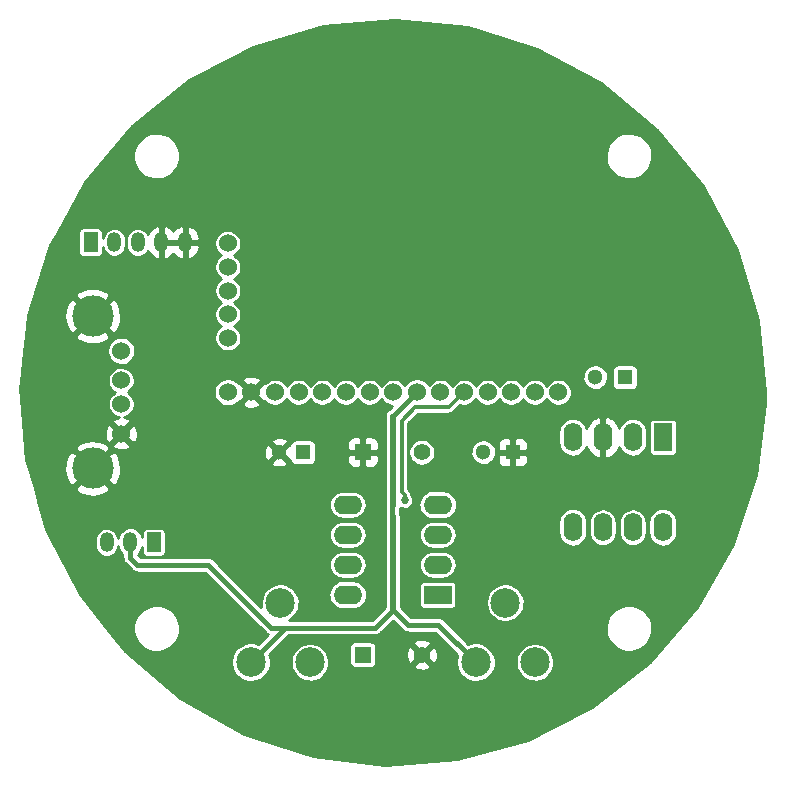
<source format=gbl>
G04 #@! TF.FileFunction,Copper,L2,Bot,Signal*
%FSLAX46Y46*%
G04 Gerber Fmt 4.6, Leading zero omitted, Abs format (unit mm)*
G04 Created by KiCad (PCBNEW 4.0.5) date Sunday, 19 February 2017 'PMt' 17:43:15*
%MOMM*%
%LPD*%
G01*
G04 APERTURE LIST*
%ADD10C,0.100000*%
%ADD11R,2.400000X1.600000*%
%ADD12O,2.400000X1.600000*%
%ADD13R,1.200000X1.700000*%
%ADD14O,1.200000X1.700000*%
%ADD15R,1.300000X1.300000*%
%ADD16C,1.300000*%
%ADD17C,1.524000*%
%ADD18R,1.400000X1.400000*%
%ADD19C,1.400000*%
%ADD20C,2.499360*%
%ADD21R,1.600000X2.400000*%
%ADD22O,1.600000X2.400000*%
%ADD23C,3.500000*%
%ADD24C,0.685800*%
%ADD25C,0.355600*%
%ADD26C,0.304800*%
%ADD27C,0.457200*%
%ADD28C,0.254000*%
G04 APERTURE END LIST*
D10*
D11*
X98810000Y-112145000D03*
D12*
X91190000Y-104525000D03*
X98810000Y-109605000D03*
X91190000Y-107065000D03*
X98810000Y-107065000D03*
X91190000Y-109605000D03*
X98810000Y-104525000D03*
X91190000Y-112145000D03*
D13*
X74775000Y-107700000D03*
D14*
X72775000Y-107700000D03*
X70775000Y-107700000D03*
D15*
X105160000Y-100080000D03*
D16*
X102660000Y-100080000D03*
D17*
X81030000Y-95000000D03*
X83030000Y-95000000D03*
X85030000Y-95000000D03*
X87030000Y-95000000D03*
X89030000Y-95000000D03*
X91030000Y-95000000D03*
X93030000Y-95000000D03*
X95030000Y-95000000D03*
X97030000Y-95000000D03*
X99030000Y-95000000D03*
X101030000Y-95000000D03*
X103030000Y-95000000D03*
X105030000Y-95000000D03*
X107030000Y-95000000D03*
X109030000Y-95000000D03*
X81030000Y-90400000D03*
X81030000Y-88400000D03*
X81030000Y-86400000D03*
X81030000Y-84400000D03*
X81030000Y-82400000D03*
D18*
X92460000Y-100080000D03*
D19*
X97460000Y-100080000D03*
D15*
X87380000Y-100080000D03*
D16*
X85380000Y-100080000D03*
D18*
X92460000Y-117225000D03*
D19*
X97460000Y-117225000D03*
D13*
X69410000Y-82300000D03*
D14*
X71410000Y-82300000D03*
X73410000Y-82300000D03*
X75410000Y-82300000D03*
X77410000Y-82300000D03*
D20*
X104525000Y-112820640D03*
X107024360Y-117860000D03*
X102025640Y-117860000D03*
X85475000Y-112820640D03*
X87974360Y-117860000D03*
X82975640Y-117860000D03*
D21*
X117860000Y-98810000D03*
D22*
X110240000Y-106430000D03*
X115320000Y-98810000D03*
X112780000Y-106430000D03*
X112780000Y-98810000D03*
X115320000Y-106430000D03*
X110240000Y-98810000D03*
X117860000Y-106430000D03*
D15*
X114645000Y-93730000D03*
D16*
X112145000Y-93730000D03*
D17*
X72000000Y-91500000D03*
X72000000Y-94000000D03*
X72000000Y-96000000D03*
X72000000Y-98500000D03*
D23*
X69600000Y-88550000D03*
X69600000Y-101450000D03*
D24*
X96016000Y-104144000D03*
D25*
X91190000Y-112145000D02*
X90790000Y-112145000D01*
D26*
X110240000Y-98810000D02*
X110240000Y-98410000D01*
D27*
X94970000Y-97000000D02*
X94970000Y-113385000D01*
X94970000Y-113385000D02*
X95000000Y-113415000D01*
X94968368Y-104601643D02*
X95000000Y-104570011D01*
X94968368Y-105442893D02*
X94968368Y-104601643D01*
X95000000Y-113415000D02*
X95000000Y-105474525D01*
X95000000Y-104570011D02*
X95000000Y-97030000D01*
X95000000Y-105474525D02*
X94968368Y-105442893D01*
X93488699Y-114926301D02*
X86745000Y-114926301D01*
X86745000Y-114926301D02*
X86391941Y-114926301D01*
X79379000Y-109605000D02*
X84700301Y-114926301D01*
X84700301Y-114926301D02*
X86745000Y-114926301D01*
X73372800Y-109605000D02*
X79379000Y-109605000D01*
X72775000Y-107700000D02*
X72775000Y-109007200D01*
X72775000Y-109007200D02*
X73372800Y-109605000D01*
X97030000Y-95000000D02*
X95000000Y-97030000D01*
X94970000Y-97000000D02*
X95000000Y-97030000D01*
X86391941Y-114926301D02*
X86110000Y-114926301D01*
X85909339Y-114926301D02*
X86110000Y-114926301D01*
X82975640Y-117860000D02*
X85909339Y-114926301D01*
X95000000Y-113415000D02*
X93488699Y-114926301D01*
X96270000Y-114685000D02*
X98850640Y-114685000D01*
X98850640Y-114685000D02*
X102025640Y-117860000D01*
X95000000Y-113415000D02*
X96270000Y-114685000D01*
D26*
X96016000Y-104144000D02*
X96016000Y-103659067D01*
X95762000Y-103405067D02*
X95762000Y-97413000D01*
X95762000Y-97413000D02*
X96905000Y-96270000D01*
X96016000Y-103659067D02*
X95762000Y-103405067D01*
X96905000Y-96270000D02*
X99760000Y-96270000D01*
X99760000Y-96270000D02*
X101030000Y-95000000D01*
D28*
G36*
X101343606Y-64096360D02*
X107225342Y-65917061D01*
X112641418Y-68845523D01*
X117385538Y-72770200D01*
X121276999Y-77541603D01*
X124167578Y-82977992D01*
X125947173Y-88872295D01*
X126548000Y-95000000D01*
X126535700Y-95880872D01*
X125764012Y-101989412D01*
X123820532Y-107831728D01*
X120779287Y-113185287D01*
X116756117Y-117846174D01*
X111904264Y-121636857D01*
X106408532Y-124412951D01*
X100478253Y-126068715D01*
X94339309Y-126541081D01*
X88225530Y-125812057D01*
X82369789Y-123909411D01*
X76995128Y-120905615D01*
X72306268Y-116915082D01*
X70920413Y-115166568D01*
X73016396Y-115166568D01*
X73086527Y-115548680D01*
X73229541Y-115909892D01*
X73439992Y-116236447D01*
X73709862Y-116515907D01*
X74028874Y-116737626D01*
X74384875Y-116893159D01*
X74764307Y-116976582D01*
X75152716Y-116984718D01*
X75535308Y-116917257D01*
X75897510Y-116776768D01*
X76225526Y-116568602D01*
X76506863Y-116300689D01*
X76730804Y-115983233D01*
X76888818Y-115628326D01*
X76974889Y-115249486D01*
X76981085Y-114805753D01*
X76905626Y-114424658D01*
X76757582Y-114065477D01*
X76542593Y-113741892D01*
X76268847Y-113466228D01*
X75946770Y-113248985D01*
X75588632Y-113098437D01*
X75208073Y-113020320D01*
X74819588Y-113017607D01*
X74437975Y-113090404D01*
X74077770Y-113235936D01*
X73752692Y-113448662D01*
X73475123Y-113720477D01*
X73255637Y-114041028D01*
X73102593Y-114398107D01*
X73021820Y-114778112D01*
X73016396Y-115166568D01*
X70920413Y-115166568D01*
X68481805Y-112089811D01*
X66094205Y-107444044D01*
X69794000Y-107444044D01*
X69794000Y-107955956D01*
X69812683Y-108146500D01*
X69868020Y-108329786D01*
X69957904Y-108498833D01*
X70078911Y-108647202D01*
X70226432Y-108769242D01*
X70394847Y-108860304D01*
X70577743Y-108916919D01*
X70768151Y-108936932D01*
X70958821Y-108919580D01*
X71142489Y-108865523D01*
X71312160Y-108776822D01*
X71461370Y-108656854D01*
X71584436Y-108510189D01*
X71676672Y-108342413D01*
X71734563Y-108159917D01*
X71749829Y-108023813D01*
X71762850Y-108156613D01*
X71821053Y-108349390D01*
X71915592Y-108527191D01*
X72042865Y-108683244D01*
X72114600Y-108742588D01*
X72114600Y-109007200D01*
X72120555Y-109067934D01*
X72125870Y-109128682D01*
X72126838Y-109132014D01*
X72127177Y-109135472D01*
X72144810Y-109193876D01*
X72161828Y-109252452D01*
X72163427Y-109255537D01*
X72164430Y-109258859D01*
X72193055Y-109312696D01*
X72221142Y-109366880D01*
X72223309Y-109369595D01*
X72224939Y-109372660D01*
X72263482Y-109419918D01*
X72301552Y-109467608D01*
X72306316Y-109472438D01*
X72306399Y-109472540D01*
X72306493Y-109472618D01*
X72308027Y-109474173D01*
X72905827Y-110071973D01*
X72952942Y-110110674D01*
X72999696Y-110149905D01*
X73002738Y-110151577D01*
X73005422Y-110153782D01*
X73059180Y-110182607D01*
X73112641Y-110211997D01*
X73115952Y-110213047D01*
X73119012Y-110214688D01*
X73177321Y-110232515D01*
X73235495Y-110250969D01*
X73238948Y-110251356D01*
X73242267Y-110252371D01*
X73302922Y-110258532D01*
X73363579Y-110265336D01*
X73370367Y-110265383D01*
X73370494Y-110265396D01*
X73370612Y-110265385D01*
X73372800Y-110265400D01*
X79105454Y-110265400D01*
X84233328Y-115393274D01*
X84280443Y-115431975D01*
X84327197Y-115471206D01*
X84330239Y-115472878D01*
X84332923Y-115475083D01*
X84386681Y-115503908D01*
X84393847Y-115507847D01*
X83602336Y-116299358D01*
X83475273Y-116245946D01*
X83152253Y-116179640D01*
X82822506Y-116177338D01*
X82498591Y-116239128D01*
X82192848Y-116362656D01*
X81916920Y-116543218D01*
X81681319Y-116773936D01*
X81495018Y-117046021D01*
X81365114Y-117349111D01*
X81296554Y-117671660D01*
X81291950Y-118001383D01*
X81351477Y-118325721D01*
X81472868Y-118632320D01*
X81651499Y-118909501D01*
X81880566Y-119146707D01*
X82151345Y-119334903D01*
X82453520Y-119466920D01*
X82775583Y-119537730D01*
X83105266Y-119544636D01*
X83430011Y-119487375D01*
X83737450Y-119368127D01*
X84015871Y-119191436D01*
X84254671Y-118964030D01*
X84444753Y-118694572D01*
X84578876Y-118393326D01*
X84651933Y-118071765D01*
X84652975Y-117997112D01*
X86341537Y-117997112D01*
X86399265Y-118311651D01*
X86516989Y-118608987D01*
X86690223Y-118877794D01*
X86912370Y-119107834D01*
X87174968Y-119290344D01*
X87468014Y-119418373D01*
X87780347Y-119487043D01*
X88100069Y-119493741D01*
X88415004Y-119438209D01*
X88713154Y-119322564D01*
X88983164Y-119151211D01*
X89214749Y-118930675D01*
X89399088Y-118669358D01*
X89529160Y-118377213D01*
X89600009Y-118065367D01*
X89605110Y-117700104D01*
X89542995Y-117386401D01*
X89421131Y-117090738D01*
X89244161Y-116824376D01*
X89018824Y-116597460D01*
X88911398Y-116525000D01*
X91326111Y-116525000D01*
X91326111Y-117925000D01*
X91331594Y-117993763D01*
X91367712Y-118110391D01*
X91434892Y-118212340D01*
X91527814Y-118291537D01*
X91639121Y-118341711D01*
X91760000Y-118358889D01*
X93160000Y-118358889D01*
X93228763Y-118353406D01*
X93345391Y-118317288D01*
X93447340Y-118250108D01*
X93526537Y-118157186D01*
X93531458Y-118146269D01*
X96718336Y-118146269D01*
X96777797Y-118380037D01*
X97016242Y-118490934D01*
X97271740Y-118553183D01*
X97534473Y-118564390D01*
X97794344Y-118524125D01*
X98041366Y-118433935D01*
X98142203Y-118380037D01*
X98201664Y-118146269D01*
X97460000Y-117404605D01*
X96718336Y-118146269D01*
X93531458Y-118146269D01*
X93576711Y-118045879D01*
X93593889Y-117925000D01*
X93593889Y-117299473D01*
X96120610Y-117299473D01*
X96160875Y-117559344D01*
X96251065Y-117806366D01*
X96304963Y-117907203D01*
X96538731Y-117966664D01*
X97280395Y-117225000D01*
X97639605Y-117225000D01*
X98381269Y-117966664D01*
X98615037Y-117907203D01*
X98725934Y-117668758D01*
X98788183Y-117413260D01*
X98799390Y-117150527D01*
X98759125Y-116890656D01*
X98668935Y-116643634D01*
X98615037Y-116542797D01*
X98381269Y-116483336D01*
X97639605Y-117225000D01*
X97280395Y-117225000D01*
X96538731Y-116483336D01*
X96304963Y-116542797D01*
X96194066Y-116781242D01*
X96131817Y-117036740D01*
X96120610Y-117299473D01*
X93593889Y-117299473D01*
X93593889Y-116525000D01*
X93588406Y-116456237D01*
X93552288Y-116339609D01*
X93528646Y-116303731D01*
X96718336Y-116303731D01*
X97460000Y-117045395D01*
X98201664Y-116303731D01*
X98142203Y-116069963D01*
X97903758Y-115959066D01*
X97648260Y-115896817D01*
X97385527Y-115885610D01*
X97125656Y-115925875D01*
X96878634Y-116016065D01*
X96777797Y-116069963D01*
X96718336Y-116303731D01*
X93528646Y-116303731D01*
X93485108Y-116237660D01*
X93392186Y-116158463D01*
X93280879Y-116108289D01*
X93160000Y-116091111D01*
X91760000Y-116091111D01*
X91691237Y-116096594D01*
X91574609Y-116132712D01*
X91472660Y-116199892D01*
X91393463Y-116292814D01*
X91343289Y-116404121D01*
X91326111Y-116525000D01*
X88911398Y-116525000D01*
X88753704Y-116418634D01*
X88458898Y-116294710D01*
X88145637Y-116230406D01*
X87825852Y-116228174D01*
X87511724Y-116288097D01*
X87215217Y-116407893D01*
X86947626Y-116583000D01*
X86719143Y-116806748D01*
X86538470Y-117070613D01*
X86412490Y-117364546D01*
X86346002Y-117677350D01*
X86341537Y-117997112D01*
X84652975Y-117997112D01*
X84657192Y-117695122D01*
X84593142Y-117371647D01*
X84536168Y-117233418D01*
X86182885Y-115586701D01*
X93488699Y-115586701D01*
X93549433Y-115580746D01*
X93610181Y-115575431D01*
X93613513Y-115574463D01*
X93616971Y-115574124D01*
X93675375Y-115556491D01*
X93733951Y-115539473D01*
X93737036Y-115537874D01*
X93740358Y-115536871D01*
X93794195Y-115508246D01*
X93848379Y-115480159D01*
X93851094Y-115477992D01*
X93854159Y-115476362D01*
X93901417Y-115437819D01*
X93949107Y-115399749D01*
X93953937Y-115394985D01*
X93954039Y-115394902D01*
X93954117Y-115394808D01*
X93955672Y-115393274D01*
X95000000Y-114348946D01*
X95803027Y-115151973D01*
X95850142Y-115190674D01*
X95896896Y-115229905D01*
X95899938Y-115231577D01*
X95902622Y-115233782D01*
X95956399Y-115262617D01*
X96009841Y-115291997D01*
X96013150Y-115293047D01*
X96016211Y-115294688D01*
X96074535Y-115312520D01*
X96132695Y-115330969D01*
X96136148Y-115331356D01*
X96139467Y-115332371D01*
X96200122Y-115338532D01*
X96260779Y-115345336D01*
X96267567Y-115345383D01*
X96267694Y-115345396D01*
X96267812Y-115345385D01*
X96270000Y-115345400D01*
X98577094Y-115345400D01*
X100464824Y-117233130D01*
X100415114Y-117349111D01*
X100346554Y-117671660D01*
X100341950Y-118001383D01*
X100401477Y-118325721D01*
X100522868Y-118632320D01*
X100701499Y-118909501D01*
X100930566Y-119146707D01*
X101201345Y-119334903D01*
X101503520Y-119466920D01*
X101825583Y-119537730D01*
X102155266Y-119544636D01*
X102480011Y-119487375D01*
X102787450Y-119368127D01*
X103065871Y-119191436D01*
X103304671Y-118964030D01*
X103494753Y-118694572D01*
X103628876Y-118393326D01*
X103701933Y-118071765D01*
X103702975Y-117997112D01*
X105391537Y-117997112D01*
X105449265Y-118311651D01*
X105566989Y-118608987D01*
X105740223Y-118877794D01*
X105962370Y-119107834D01*
X106224968Y-119290344D01*
X106518014Y-119418373D01*
X106830347Y-119487043D01*
X107150069Y-119493741D01*
X107465004Y-119438209D01*
X107763154Y-119322564D01*
X108033164Y-119151211D01*
X108264749Y-118930675D01*
X108449088Y-118669358D01*
X108579160Y-118377213D01*
X108650009Y-118065367D01*
X108655110Y-117700104D01*
X108592995Y-117386401D01*
X108471131Y-117090738D01*
X108294161Y-116824376D01*
X108068824Y-116597460D01*
X107803704Y-116418634D01*
X107508898Y-116294710D01*
X107195637Y-116230406D01*
X106875852Y-116228174D01*
X106561724Y-116288097D01*
X106265217Y-116407893D01*
X105997626Y-116583000D01*
X105769143Y-116806748D01*
X105588470Y-117070613D01*
X105462490Y-117364546D01*
X105396002Y-117677350D01*
X105391537Y-117997112D01*
X103702975Y-117997112D01*
X103707192Y-117695122D01*
X103643142Y-117371647D01*
X103517482Y-117066773D01*
X103334999Y-116792113D01*
X103102642Y-116558128D01*
X102829262Y-116373732D01*
X102525273Y-116245946D01*
X102202253Y-116179640D01*
X101872506Y-116177338D01*
X101548591Y-116239128D01*
X101399109Y-116299523D01*
X100266154Y-115166568D01*
X113016396Y-115166568D01*
X113086527Y-115548680D01*
X113229541Y-115909892D01*
X113439992Y-116236447D01*
X113709862Y-116515907D01*
X114028874Y-116737626D01*
X114384875Y-116893159D01*
X114764307Y-116976582D01*
X115152716Y-116984718D01*
X115535308Y-116917257D01*
X115897510Y-116776768D01*
X116225526Y-116568602D01*
X116506863Y-116300689D01*
X116730804Y-115983233D01*
X116888818Y-115628326D01*
X116974889Y-115249486D01*
X116981085Y-114805753D01*
X116905626Y-114424658D01*
X116757582Y-114065477D01*
X116542593Y-113741892D01*
X116268847Y-113466228D01*
X115946770Y-113248985D01*
X115588632Y-113098437D01*
X115208073Y-113020320D01*
X114819588Y-113017607D01*
X114437975Y-113090404D01*
X114077770Y-113235936D01*
X113752692Y-113448662D01*
X113475123Y-113720477D01*
X113255637Y-114041028D01*
X113102593Y-114398107D01*
X113021820Y-114778112D01*
X113016396Y-115166568D01*
X100266154Y-115166568D01*
X99317613Y-114218027D01*
X99270498Y-114179326D01*
X99223744Y-114140095D01*
X99220702Y-114138423D01*
X99218018Y-114136218D01*
X99164260Y-114107393D01*
X99110799Y-114078003D01*
X99107488Y-114076953D01*
X99104428Y-114075312D01*
X99046119Y-114057485D01*
X98987945Y-114039031D01*
X98984492Y-114038644D01*
X98981173Y-114037629D01*
X98920518Y-114031468D01*
X98859861Y-114024664D01*
X98853073Y-114024617D01*
X98852946Y-114024604D01*
X98852828Y-114024615D01*
X98850640Y-114024600D01*
X96543546Y-114024600D01*
X95660400Y-113141454D01*
X95660400Y-111345000D01*
X97227157Y-111345000D01*
X97227157Y-112945000D01*
X97231995Y-113005673D01*
X97263864Y-113108580D01*
X97323140Y-113198535D01*
X97405130Y-113268415D01*
X97503342Y-113312686D01*
X97610000Y-113327843D01*
X100010000Y-113327843D01*
X100070673Y-113323005D01*
X100173580Y-113291136D01*
X100263535Y-113231860D01*
X100333415Y-113149870D01*
X100377686Y-113051658D01*
X100391030Y-112957752D01*
X102892177Y-112957752D01*
X102949905Y-113272291D01*
X103067629Y-113569627D01*
X103240863Y-113838434D01*
X103463010Y-114068474D01*
X103725608Y-114250984D01*
X104018654Y-114379013D01*
X104330987Y-114447683D01*
X104650709Y-114454381D01*
X104965644Y-114398849D01*
X105263794Y-114283204D01*
X105533804Y-114111851D01*
X105765389Y-113891315D01*
X105949728Y-113629998D01*
X106079800Y-113337853D01*
X106150649Y-113026007D01*
X106155750Y-112660744D01*
X106093635Y-112347041D01*
X105971771Y-112051378D01*
X105794801Y-111785016D01*
X105569464Y-111558100D01*
X105304344Y-111379274D01*
X105009538Y-111255350D01*
X104696277Y-111191046D01*
X104376492Y-111188814D01*
X104062364Y-111248737D01*
X103765857Y-111368533D01*
X103498266Y-111543640D01*
X103269783Y-111767388D01*
X103089110Y-112031253D01*
X102963130Y-112325186D01*
X102896642Y-112637990D01*
X102892177Y-112957752D01*
X100391030Y-112957752D01*
X100392843Y-112945000D01*
X100392843Y-111345000D01*
X100388005Y-111284327D01*
X100356136Y-111181420D01*
X100296860Y-111091465D01*
X100214870Y-111021585D01*
X100116658Y-110977314D01*
X100010000Y-110962157D01*
X97610000Y-110962157D01*
X97549327Y-110966995D01*
X97446420Y-110998864D01*
X97356465Y-111058140D01*
X97286585Y-111140130D01*
X97242314Y-111238342D01*
X97227157Y-111345000D01*
X95660400Y-111345000D01*
X95660400Y-109596755D01*
X97221379Y-109596755D01*
X97242269Y-109826297D01*
X97307346Y-110047410D01*
X97414131Y-110251672D01*
X97558558Y-110431302D01*
X97735124Y-110579459D01*
X97937105Y-110690499D01*
X98156806Y-110760192D01*
X98385861Y-110785885D01*
X98402350Y-110786000D01*
X99217650Y-110786000D01*
X99447041Y-110763508D01*
X99667694Y-110696889D01*
X99871205Y-110588680D01*
X100049823Y-110443003D01*
X100196743Y-110265407D01*
X100306370Y-110062656D01*
X100374528Y-109842473D01*
X100398621Y-109613245D01*
X100377731Y-109383703D01*
X100312654Y-109162590D01*
X100205869Y-108958328D01*
X100061442Y-108778698D01*
X99884876Y-108630541D01*
X99682895Y-108519501D01*
X99463194Y-108449808D01*
X99234139Y-108424115D01*
X99217650Y-108424000D01*
X98402350Y-108424000D01*
X98172959Y-108446492D01*
X97952306Y-108513111D01*
X97748795Y-108621320D01*
X97570177Y-108766997D01*
X97423257Y-108944593D01*
X97313630Y-109147344D01*
X97245472Y-109367527D01*
X97221379Y-109596755D01*
X95660400Y-109596755D01*
X95660400Y-107056755D01*
X97221379Y-107056755D01*
X97242269Y-107286297D01*
X97307346Y-107507410D01*
X97414131Y-107711672D01*
X97558558Y-107891302D01*
X97735124Y-108039459D01*
X97937105Y-108150499D01*
X98156806Y-108220192D01*
X98385861Y-108245885D01*
X98402350Y-108246000D01*
X99217650Y-108246000D01*
X99447041Y-108223508D01*
X99667694Y-108156889D01*
X99871205Y-108048680D01*
X100049823Y-107903003D01*
X100196743Y-107725407D01*
X100306370Y-107522656D01*
X100374528Y-107302473D01*
X100398621Y-107073245D01*
X100377731Y-106843703D01*
X100312654Y-106622590D01*
X100205869Y-106418328D01*
X100061442Y-106238698D01*
X99884876Y-106090541D01*
X99760390Y-106022104D01*
X109008200Y-106022104D01*
X109008200Y-106837896D01*
X109031659Y-107077154D01*
X109101144Y-107307298D01*
X109214008Y-107519564D01*
X109365951Y-107705864D01*
X109551186Y-107859104D01*
X109762658Y-107973447D01*
X109992312Y-108044537D01*
X110231400Y-108069666D01*
X110470816Y-108047877D01*
X110701440Y-107980001D01*
X110914488Y-107868622D01*
X111101845Y-107717983D01*
X111256375Y-107533822D01*
X111372191Y-107323154D01*
X111444882Y-107094002D01*
X111471680Y-106855095D01*
X111471800Y-106837896D01*
X111471800Y-106022350D01*
X111599000Y-106022350D01*
X111599000Y-106837650D01*
X111621492Y-107067041D01*
X111688111Y-107287694D01*
X111796320Y-107491205D01*
X111941997Y-107669823D01*
X112119593Y-107816743D01*
X112322344Y-107926370D01*
X112542527Y-107994528D01*
X112771755Y-108018621D01*
X113001297Y-107997731D01*
X113222410Y-107932654D01*
X113426672Y-107825869D01*
X113606302Y-107681442D01*
X113754459Y-107504876D01*
X113865499Y-107302895D01*
X113935192Y-107083194D01*
X113960885Y-106854139D01*
X113961000Y-106837650D01*
X113961000Y-106022350D01*
X114139000Y-106022350D01*
X114139000Y-106837650D01*
X114161492Y-107067041D01*
X114228111Y-107287694D01*
X114336320Y-107491205D01*
X114481997Y-107669823D01*
X114659593Y-107816743D01*
X114862344Y-107926370D01*
X115082527Y-107994528D01*
X115311755Y-108018621D01*
X115541297Y-107997731D01*
X115762410Y-107932654D01*
X115966672Y-107825869D01*
X116146302Y-107681442D01*
X116294459Y-107504876D01*
X116405499Y-107302895D01*
X116475192Y-107083194D01*
X116500885Y-106854139D01*
X116501000Y-106837650D01*
X116501000Y-106022350D01*
X116500976Y-106022104D01*
X116628200Y-106022104D01*
X116628200Y-106837896D01*
X116651659Y-107077154D01*
X116721144Y-107307298D01*
X116834008Y-107519564D01*
X116985951Y-107705864D01*
X117171186Y-107859104D01*
X117382658Y-107973447D01*
X117612312Y-108044537D01*
X117851400Y-108069666D01*
X118090816Y-108047877D01*
X118321440Y-107980001D01*
X118534488Y-107868622D01*
X118721845Y-107717983D01*
X118876375Y-107533822D01*
X118992191Y-107323154D01*
X119064882Y-107094002D01*
X119091680Y-106855095D01*
X119091800Y-106837896D01*
X119091800Y-106022104D01*
X119068341Y-105782846D01*
X118998856Y-105552702D01*
X118885992Y-105340436D01*
X118734049Y-105154136D01*
X118548814Y-105000896D01*
X118337342Y-104886553D01*
X118107688Y-104815463D01*
X117868600Y-104790334D01*
X117629184Y-104812123D01*
X117398560Y-104879999D01*
X117185512Y-104991378D01*
X116998155Y-105142017D01*
X116843625Y-105326178D01*
X116727809Y-105536846D01*
X116655118Y-105765998D01*
X116628320Y-106004905D01*
X116628200Y-106022104D01*
X116500976Y-106022104D01*
X116478508Y-105792959D01*
X116411889Y-105572306D01*
X116303680Y-105368795D01*
X116158003Y-105190177D01*
X115980407Y-105043257D01*
X115777656Y-104933630D01*
X115557473Y-104865472D01*
X115328245Y-104841379D01*
X115098703Y-104862269D01*
X114877590Y-104927346D01*
X114673328Y-105034131D01*
X114493698Y-105178558D01*
X114345541Y-105355124D01*
X114234501Y-105557105D01*
X114164808Y-105776806D01*
X114139115Y-106005861D01*
X114139000Y-106022350D01*
X113961000Y-106022350D01*
X113938508Y-105792959D01*
X113871889Y-105572306D01*
X113763680Y-105368795D01*
X113618003Y-105190177D01*
X113440407Y-105043257D01*
X113237656Y-104933630D01*
X113017473Y-104865472D01*
X112788245Y-104841379D01*
X112558703Y-104862269D01*
X112337590Y-104927346D01*
X112133328Y-105034131D01*
X111953698Y-105178558D01*
X111805541Y-105355124D01*
X111694501Y-105557105D01*
X111624808Y-105776806D01*
X111599115Y-106005861D01*
X111599000Y-106022350D01*
X111471800Y-106022350D01*
X111471800Y-106022104D01*
X111448341Y-105782846D01*
X111378856Y-105552702D01*
X111265992Y-105340436D01*
X111114049Y-105154136D01*
X110928814Y-105000896D01*
X110717342Y-104886553D01*
X110487688Y-104815463D01*
X110248600Y-104790334D01*
X110009184Y-104812123D01*
X109778560Y-104879999D01*
X109565512Y-104991378D01*
X109378155Y-105142017D01*
X109223625Y-105326178D01*
X109107809Y-105536846D01*
X109035118Y-105765998D01*
X109008320Y-106004905D01*
X109008200Y-106022104D01*
X99760390Y-106022104D01*
X99682895Y-105979501D01*
X99463194Y-105909808D01*
X99234139Y-105884115D01*
X99217650Y-105884000D01*
X98402350Y-105884000D01*
X98172959Y-105906492D01*
X97952306Y-105973111D01*
X97748795Y-106081320D01*
X97570177Y-106226997D01*
X97423257Y-106404593D01*
X97313630Y-106607344D01*
X97245472Y-106827527D01*
X97221379Y-107056755D01*
X95660400Y-107056755D01*
X95660400Y-105474525D01*
X95654445Y-105413794D01*
X95649130Y-105353043D01*
X95648162Y-105349711D01*
X95647823Y-105346253D01*
X95630400Y-105288546D01*
X95630400Y-104757609D01*
X95661129Y-104778966D01*
X95791220Y-104835801D01*
X95929873Y-104866286D01*
X96071806Y-104869259D01*
X96211613Y-104844607D01*
X96343970Y-104793270D01*
X96463834Y-104717201D01*
X96566640Y-104619300D01*
X96639228Y-104516400D01*
X97170334Y-104516400D01*
X97192123Y-104755816D01*
X97259999Y-104986440D01*
X97371378Y-105199488D01*
X97522017Y-105386845D01*
X97706178Y-105541375D01*
X97916846Y-105657191D01*
X98145998Y-105729882D01*
X98384905Y-105756680D01*
X98402104Y-105756800D01*
X99217896Y-105756800D01*
X99457154Y-105733341D01*
X99687298Y-105663856D01*
X99899564Y-105550992D01*
X100085864Y-105399049D01*
X100239104Y-105213814D01*
X100353447Y-105002342D01*
X100424537Y-104772688D01*
X100449666Y-104533600D01*
X100427877Y-104294184D01*
X100360001Y-104063560D01*
X100248622Y-103850512D01*
X100097983Y-103663155D01*
X99913822Y-103508625D01*
X99703154Y-103392809D01*
X99474002Y-103320118D01*
X99235095Y-103293320D01*
X99217896Y-103293200D01*
X98402104Y-103293200D01*
X98162846Y-103316659D01*
X97932702Y-103386144D01*
X97720436Y-103499008D01*
X97534136Y-103650951D01*
X97380896Y-103836186D01*
X97266553Y-104047658D01*
X97195463Y-104277312D01*
X97170334Y-104516400D01*
X96639228Y-104516400D01*
X96648473Y-104503295D01*
X96706215Y-104373604D01*
X96737667Y-104235168D01*
X96739931Y-104073018D01*
X96712357Y-103933757D01*
X96658259Y-103802505D01*
X96579697Y-103684260D01*
X96548822Y-103653168D01*
X96544592Y-103610031D01*
X96540298Y-103560947D01*
X96539514Y-103558250D01*
X96539241Y-103555462D01*
X96525019Y-103508356D01*
X96511255Y-103460979D01*
X96509963Y-103458486D01*
X96509153Y-103455804D01*
X96486046Y-103412347D01*
X96463347Y-103368556D01*
X96461595Y-103366362D01*
X96460280Y-103363888D01*
X96429156Y-103325726D01*
X96398400Y-103287199D01*
X96394549Y-103283294D01*
X96394485Y-103283215D01*
X96394412Y-103283155D01*
X96393171Y-103281896D01*
X96295400Y-103184125D01*
X96295400Y-100175165D01*
X96326713Y-100175165D01*
X96366780Y-100393476D01*
X96448488Y-100599847D01*
X96568724Y-100786416D01*
X96722909Y-100946079D01*
X96905169Y-101072753D01*
X97108562Y-101161614D01*
X97325342Y-101209276D01*
X97547251Y-101213924D01*
X97765836Y-101175382D01*
X97972772Y-101095116D01*
X98160177Y-100976186D01*
X98320912Y-100823120D01*
X98448856Y-100641748D01*
X98539134Y-100438980D01*
X98588308Y-100222538D01*
X98589028Y-100170961D01*
X101576778Y-100170961D01*
X101615076Y-100379627D01*
X101693174Y-100576881D01*
X101808099Y-100755209D01*
X101955472Y-100907818D01*
X102129680Y-101028896D01*
X102324088Y-101113831D01*
X102531291Y-101159387D01*
X102743396Y-101163830D01*
X102952325Y-101126990D01*
X103150119Y-101050271D01*
X103329245Y-100936594D01*
X103482879Y-100790290D01*
X103605171Y-100616932D01*
X103691460Y-100423121D01*
X103704494Y-100365750D01*
X103875000Y-100365750D01*
X103875000Y-100792542D01*
X103899403Y-100915223D01*
X103947270Y-101030785D01*
X104016763Y-101134789D01*
X104105211Y-101223237D01*
X104209215Y-101292730D01*
X104324777Y-101340597D01*
X104447458Y-101365000D01*
X104874250Y-101365000D01*
X105033000Y-101206250D01*
X105033000Y-100207000D01*
X105287000Y-100207000D01*
X105287000Y-101206250D01*
X105445750Y-101365000D01*
X105872542Y-101365000D01*
X105995223Y-101340597D01*
X106110785Y-101292730D01*
X106214789Y-101223237D01*
X106303237Y-101134789D01*
X106372730Y-101030785D01*
X106420597Y-100915223D01*
X106445000Y-100792542D01*
X106445000Y-100365750D01*
X106286250Y-100207000D01*
X105287000Y-100207000D01*
X105033000Y-100207000D01*
X104033750Y-100207000D01*
X103875000Y-100365750D01*
X103704494Y-100365750D01*
X103738462Y-100216241D01*
X103741846Y-99973924D01*
X103700639Y-99765813D01*
X103619794Y-99569668D01*
X103502391Y-99392963D01*
X103477064Y-99367458D01*
X103875000Y-99367458D01*
X103875000Y-99794250D01*
X104033750Y-99953000D01*
X105033000Y-99953000D01*
X105033000Y-98953750D01*
X105287000Y-98953750D01*
X105287000Y-99953000D01*
X106286250Y-99953000D01*
X106445000Y-99794250D01*
X106445000Y-99367458D01*
X106420597Y-99244777D01*
X106372730Y-99129215D01*
X106303237Y-99025211D01*
X106214789Y-98936763D01*
X106110785Y-98867270D01*
X105995223Y-98819403D01*
X105872542Y-98795000D01*
X105445750Y-98795000D01*
X105287000Y-98953750D01*
X105033000Y-98953750D01*
X104874250Y-98795000D01*
X104447458Y-98795000D01*
X104324777Y-98819403D01*
X104209215Y-98867270D01*
X104105211Y-98936763D01*
X104016763Y-99025211D01*
X103947270Y-99129215D01*
X103899403Y-99244777D01*
X103875000Y-99367458D01*
X103477064Y-99367458D01*
X103352902Y-99242426D01*
X103177020Y-99123792D01*
X102981445Y-99041580D01*
X102773626Y-98998921D01*
X102561479Y-98997440D01*
X102353085Y-99037193D01*
X102156381Y-99116667D01*
X101978860Y-99232833D01*
X101827284Y-99381268D01*
X101707425Y-99556317D01*
X101623849Y-99751314D01*
X101579740Y-99958829D01*
X101576778Y-100170961D01*
X98589028Y-100170961D01*
X98591848Y-99969021D01*
X98548736Y-99751291D01*
X98464155Y-99546081D01*
X98341326Y-99361208D01*
X98184927Y-99203714D01*
X98000916Y-99079597D01*
X97796302Y-98993585D01*
X97578878Y-98948954D01*
X97356926Y-98947405D01*
X97138900Y-98988995D01*
X96933105Y-99072142D01*
X96747379Y-99193678D01*
X96588796Y-99348973D01*
X96463397Y-99532113D01*
X96375959Y-99736122D01*
X96329812Y-99953229D01*
X96326713Y-100175165D01*
X96295400Y-100175165D01*
X96295400Y-98402104D01*
X109008200Y-98402104D01*
X109008200Y-99217896D01*
X109031659Y-99457154D01*
X109101144Y-99687298D01*
X109214008Y-99899564D01*
X109365951Y-100085864D01*
X109551186Y-100239104D01*
X109762658Y-100353447D01*
X109992312Y-100424537D01*
X110231400Y-100449666D01*
X110470816Y-100427877D01*
X110701440Y-100360001D01*
X110914488Y-100248622D01*
X111101845Y-100097983D01*
X111256375Y-99913822D01*
X111372191Y-99703154D01*
X111399005Y-99618625D01*
X111502834Y-99876483D01*
X111657399Y-100112839D01*
X111855105Y-100314500D01*
X112088354Y-100473715D01*
X112348182Y-100584367D01*
X112430961Y-100601904D01*
X112653000Y-100479915D01*
X112653000Y-98937000D01*
X112633000Y-98937000D01*
X112633000Y-98683000D01*
X112653000Y-98683000D01*
X112653000Y-97140085D01*
X112907000Y-97140085D01*
X112907000Y-98683000D01*
X112927000Y-98683000D01*
X112927000Y-98937000D01*
X112907000Y-98937000D01*
X112907000Y-100479915D01*
X113129039Y-100601904D01*
X113211818Y-100584367D01*
X113471646Y-100473715D01*
X113704895Y-100314500D01*
X113902601Y-100112839D01*
X114057166Y-99876483D01*
X114160661Y-99619454D01*
X114181144Y-99687298D01*
X114294008Y-99899564D01*
X114445951Y-100085864D01*
X114631186Y-100239104D01*
X114842658Y-100353447D01*
X115072312Y-100424537D01*
X115311400Y-100449666D01*
X115550816Y-100427877D01*
X115781440Y-100360001D01*
X115994488Y-100248622D01*
X116181845Y-100097983D01*
X116336375Y-99913822D01*
X116452191Y-99703154D01*
X116524882Y-99474002D01*
X116551680Y-99235095D01*
X116551800Y-99217896D01*
X116551800Y-98402104D01*
X116528341Y-98162846D01*
X116458856Y-97932702D01*
X116345992Y-97720436D01*
X116255923Y-97610000D01*
X116677157Y-97610000D01*
X116677157Y-100010000D01*
X116681995Y-100070673D01*
X116713864Y-100173580D01*
X116773140Y-100263535D01*
X116855130Y-100333415D01*
X116953342Y-100377686D01*
X117060000Y-100392843D01*
X118660000Y-100392843D01*
X118720673Y-100388005D01*
X118823580Y-100356136D01*
X118913535Y-100296860D01*
X118983415Y-100214870D01*
X119027686Y-100116658D01*
X119042843Y-100010000D01*
X119042843Y-97610000D01*
X119038005Y-97549327D01*
X119006136Y-97446420D01*
X118946860Y-97356465D01*
X118864870Y-97286585D01*
X118766658Y-97242314D01*
X118660000Y-97227157D01*
X117060000Y-97227157D01*
X116999327Y-97231995D01*
X116896420Y-97263864D01*
X116806465Y-97323140D01*
X116736585Y-97405130D01*
X116692314Y-97503342D01*
X116677157Y-97610000D01*
X116255923Y-97610000D01*
X116194049Y-97534136D01*
X116008814Y-97380896D01*
X115797342Y-97266553D01*
X115567688Y-97195463D01*
X115328600Y-97170334D01*
X115089184Y-97192123D01*
X114858560Y-97259999D01*
X114645512Y-97371378D01*
X114458155Y-97522017D01*
X114303625Y-97706178D01*
X114187809Y-97916846D01*
X114160995Y-98001375D01*
X114057166Y-97743517D01*
X113902601Y-97507161D01*
X113704895Y-97305500D01*
X113471646Y-97146285D01*
X113211818Y-97035633D01*
X113129039Y-97018096D01*
X112907000Y-97140085D01*
X112653000Y-97140085D01*
X112430961Y-97018096D01*
X112348182Y-97035633D01*
X112088354Y-97146285D01*
X111855105Y-97305500D01*
X111657399Y-97507161D01*
X111502834Y-97743517D01*
X111399339Y-98000546D01*
X111378856Y-97932702D01*
X111265992Y-97720436D01*
X111114049Y-97534136D01*
X110928814Y-97380896D01*
X110717342Y-97266553D01*
X110487688Y-97195463D01*
X110248600Y-97170334D01*
X110009184Y-97192123D01*
X109778560Y-97259999D01*
X109565512Y-97371378D01*
X109378155Y-97522017D01*
X109223625Y-97706178D01*
X109107809Y-97916846D01*
X109035118Y-98145998D01*
X109008320Y-98384905D01*
X109008200Y-98402104D01*
X96295400Y-98402104D01*
X96295400Y-97633942D01*
X97125942Y-96803400D01*
X99760000Y-96803400D01*
X99808991Y-96798596D01*
X99858120Y-96794298D01*
X99860817Y-96793514D01*
X99863605Y-96793241D01*
X99910725Y-96779015D01*
X99958087Y-96765255D01*
X99960579Y-96763963D01*
X99963263Y-96763153D01*
X100006738Y-96740037D01*
X100050511Y-96717347D01*
X100052705Y-96715595D01*
X100055179Y-96714280D01*
X100093341Y-96683156D01*
X100131868Y-96652400D01*
X100135773Y-96648549D01*
X100135852Y-96648485D01*
X100135912Y-96648412D01*
X100137171Y-96647171D01*
X100688972Y-96095370D01*
X100894009Y-96140451D01*
X101118114Y-96145145D01*
X101338862Y-96106221D01*
X101547846Y-96025162D01*
X101737106Y-95905054D01*
X101899432Y-95750473D01*
X102028641Y-95567307D01*
X102031546Y-95560783D01*
X102129905Y-95713407D01*
X102285615Y-95874650D01*
X102469679Y-96002577D01*
X102675085Y-96092317D01*
X102894009Y-96140451D01*
X103118114Y-96145145D01*
X103338862Y-96106221D01*
X103547846Y-96025162D01*
X103737106Y-95905054D01*
X103899432Y-95750473D01*
X104028641Y-95567307D01*
X104031546Y-95560783D01*
X104129905Y-95713407D01*
X104285615Y-95874650D01*
X104469679Y-96002577D01*
X104675085Y-96092317D01*
X104894009Y-96140451D01*
X105118114Y-96145145D01*
X105338862Y-96106221D01*
X105547846Y-96025162D01*
X105737106Y-95905054D01*
X105899432Y-95750473D01*
X106028641Y-95567307D01*
X106031546Y-95560783D01*
X106129905Y-95713407D01*
X106285615Y-95874650D01*
X106469679Y-96002577D01*
X106675085Y-96092317D01*
X106894009Y-96140451D01*
X107118114Y-96145145D01*
X107338862Y-96106221D01*
X107547846Y-96025162D01*
X107737106Y-95905054D01*
X107899432Y-95750473D01*
X108028641Y-95567307D01*
X108031546Y-95560783D01*
X108129905Y-95713407D01*
X108285615Y-95874650D01*
X108469679Y-96002577D01*
X108675085Y-96092317D01*
X108894009Y-96140451D01*
X109118114Y-96145145D01*
X109338862Y-96106221D01*
X109547846Y-96025162D01*
X109737106Y-95905054D01*
X109899432Y-95750473D01*
X110028641Y-95567307D01*
X110119813Y-95362532D01*
X110169473Y-95143949D01*
X110173049Y-94887923D01*
X110129510Y-94668038D01*
X110044092Y-94460798D01*
X109920047Y-94274095D01*
X109762101Y-94115042D01*
X109576269Y-93989697D01*
X109369630Y-93902834D01*
X109150054Y-93857762D01*
X108925906Y-93856197D01*
X108705722Y-93898199D01*
X108497891Y-93982169D01*
X108310327Y-94104907D01*
X108150175Y-94261739D01*
X108029211Y-94438401D01*
X107920047Y-94274095D01*
X107762101Y-94115042D01*
X107576269Y-93989697D01*
X107369630Y-93902834D01*
X107150054Y-93857762D01*
X106925906Y-93856197D01*
X106705722Y-93898199D01*
X106497891Y-93982169D01*
X106310327Y-94104907D01*
X106150175Y-94261739D01*
X106029211Y-94438401D01*
X105920047Y-94274095D01*
X105762101Y-94115042D01*
X105576269Y-93989697D01*
X105369630Y-93902834D01*
X105150054Y-93857762D01*
X104925906Y-93856197D01*
X104705722Y-93898199D01*
X104497891Y-93982169D01*
X104310327Y-94104907D01*
X104150175Y-94261739D01*
X104029211Y-94438401D01*
X103920047Y-94274095D01*
X103762101Y-94115042D01*
X103576269Y-93989697D01*
X103369630Y-93902834D01*
X103150054Y-93857762D01*
X102925906Y-93856197D01*
X102705722Y-93898199D01*
X102497891Y-93982169D01*
X102310327Y-94104907D01*
X102150175Y-94261739D01*
X102029211Y-94438401D01*
X101920047Y-94274095D01*
X101762101Y-94115042D01*
X101576269Y-93989697D01*
X101369630Y-93902834D01*
X101150054Y-93857762D01*
X100925906Y-93856197D01*
X100705722Y-93898199D01*
X100497891Y-93982169D01*
X100310327Y-94104907D01*
X100150175Y-94261739D01*
X100029211Y-94438401D01*
X99920047Y-94274095D01*
X99762101Y-94115042D01*
X99576269Y-93989697D01*
X99369630Y-93902834D01*
X99150054Y-93857762D01*
X98925906Y-93856197D01*
X98705722Y-93898199D01*
X98497891Y-93982169D01*
X98310327Y-94104907D01*
X98150175Y-94261739D01*
X98060167Y-94393191D01*
X97959605Y-94241833D01*
X97794639Y-94075711D01*
X97600547Y-93944795D01*
X97384724Y-93854071D01*
X97223427Y-93820961D01*
X111061778Y-93820961D01*
X111100076Y-94029627D01*
X111178174Y-94226881D01*
X111293099Y-94405209D01*
X111440472Y-94557818D01*
X111614680Y-94678896D01*
X111809088Y-94763831D01*
X112016291Y-94809387D01*
X112228396Y-94813830D01*
X112437325Y-94776990D01*
X112635119Y-94700271D01*
X112814245Y-94586594D01*
X112967879Y-94440290D01*
X113090171Y-94266932D01*
X113176460Y-94073121D01*
X113223462Y-93866241D01*
X113226846Y-93623924D01*
X113185639Y-93415813D01*
X113104794Y-93219668D01*
X113011999Y-93080000D01*
X113561111Y-93080000D01*
X113561111Y-94380000D01*
X113566594Y-94448763D01*
X113602712Y-94565391D01*
X113669892Y-94667340D01*
X113762814Y-94746537D01*
X113874121Y-94796711D01*
X113995000Y-94813889D01*
X115295000Y-94813889D01*
X115363763Y-94808406D01*
X115480391Y-94772288D01*
X115582340Y-94705108D01*
X115661537Y-94612186D01*
X115711711Y-94500879D01*
X115728889Y-94380000D01*
X115728889Y-93080000D01*
X115723406Y-93011237D01*
X115687288Y-92894609D01*
X115620108Y-92792660D01*
X115527186Y-92713463D01*
X115415879Y-92663289D01*
X115295000Y-92646111D01*
X113995000Y-92646111D01*
X113926237Y-92651594D01*
X113809609Y-92687712D01*
X113707660Y-92754892D01*
X113628463Y-92847814D01*
X113578289Y-92959121D01*
X113561111Y-93080000D01*
X113011999Y-93080000D01*
X112987391Y-93042963D01*
X112837902Y-92892426D01*
X112662020Y-92773792D01*
X112466445Y-92691580D01*
X112258626Y-92648921D01*
X112046479Y-92647440D01*
X111838085Y-92687193D01*
X111641381Y-92766667D01*
X111463860Y-92882833D01*
X111312284Y-93031268D01*
X111192425Y-93206317D01*
X111108849Y-93401314D01*
X111064740Y-93608829D01*
X111061778Y-93820961D01*
X97223427Y-93820961D01*
X97155390Y-93806995D01*
X96921279Y-93805361D01*
X96691310Y-93849230D01*
X96474241Y-93936931D01*
X96278341Y-94065125D01*
X96111071Y-94228927D01*
X95998890Y-94392764D01*
X95920047Y-94274095D01*
X95762101Y-94115042D01*
X95576269Y-93989697D01*
X95369630Y-93902834D01*
X95150054Y-93857762D01*
X94925906Y-93856197D01*
X94705722Y-93898199D01*
X94497891Y-93982169D01*
X94310327Y-94104907D01*
X94150175Y-94261739D01*
X94029211Y-94438401D01*
X93920047Y-94274095D01*
X93762101Y-94115042D01*
X93576269Y-93989697D01*
X93369630Y-93902834D01*
X93150054Y-93857762D01*
X92925906Y-93856197D01*
X92705722Y-93898199D01*
X92497891Y-93982169D01*
X92310327Y-94104907D01*
X92150175Y-94261739D01*
X92029211Y-94438401D01*
X91920047Y-94274095D01*
X91762101Y-94115042D01*
X91576269Y-93989697D01*
X91369630Y-93902834D01*
X91150054Y-93857762D01*
X90925906Y-93856197D01*
X90705722Y-93898199D01*
X90497891Y-93982169D01*
X90310327Y-94104907D01*
X90150175Y-94261739D01*
X90029211Y-94438401D01*
X89920047Y-94274095D01*
X89762101Y-94115042D01*
X89576269Y-93989697D01*
X89369630Y-93902834D01*
X89150054Y-93857762D01*
X88925906Y-93856197D01*
X88705722Y-93898199D01*
X88497891Y-93982169D01*
X88310327Y-94104907D01*
X88150175Y-94261739D01*
X88029211Y-94438401D01*
X87920047Y-94274095D01*
X87762101Y-94115042D01*
X87576269Y-93989697D01*
X87369630Y-93902834D01*
X87150054Y-93857762D01*
X86925906Y-93856197D01*
X86705722Y-93898199D01*
X86497891Y-93982169D01*
X86310327Y-94104907D01*
X86150175Y-94261739D01*
X86029211Y-94438401D01*
X85920047Y-94274095D01*
X85762101Y-94115042D01*
X85576269Y-93989697D01*
X85369630Y-93902834D01*
X85150054Y-93857762D01*
X84925906Y-93856197D01*
X84705722Y-93898199D01*
X84497891Y-93982169D01*
X84310327Y-94104907D01*
X84153804Y-94258185D01*
X83995565Y-94214040D01*
X83209605Y-95000000D01*
X83995565Y-95785960D01*
X84156588Y-95741038D01*
X84285615Y-95874650D01*
X84469679Y-96002577D01*
X84675085Y-96092317D01*
X84894009Y-96140451D01*
X85118114Y-96145145D01*
X85338862Y-96106221D01*
X85547846Y-96025162D01*
X85737106Y-95905054D01*
X85899432Y-95750473D01*
X86028641Y-95567307D01*
X86031546Y-95560783D01*
X86129905Y-95713407D01*
X86285615Y-95874650D01*
X86469679Y-96002577D01*
X86675085Y-96092317D01*
X86894009Y-96140451D01*
X87118114Y-96145145D01*
X87338862Y-96106221D01*
X87547846Y-96025162D01*
X87737106Y-95905054D01*
X87899432Y-95750473D01*
X88028641Y-95567307D01*
X88031546Y-95560783D01*
X88129905Y-95713407D01*
X88285615Y-95874650D01*
X88469679Y-96002577D01*
X88675085Y-96092317D01*
X88894009Y-96140451D01*
X89118114Y-96145145D01*
X89338862Y-96106221D01*
X89547846Y-96025162D01*
X89737106Y-95905054D01*
X89899432Y-95750473D01*
X90028641Y-95567307D01*
X90031546Y-95560783D01*
X90129905Y-95713407D01*
X90285615Y-95874650D01*
X90469679Y-96002577D01*
X90675085Y-96092317D01*
X90894009Y-96140451D01*
X91118114Y-96145145D01*
X91338862Y-96106221D01*
X91547846Y-96025162D01*
X91737106Y-95905054D01*
X91899432Y-95750473D01*
X92028641Y-95567307D01*
X92031546Y-95560783D01*
X92129905Y-95713407D01*
X92285615Y-95874650D01*
X92469679Y-96002577D01*
X92675085Y-96092317D01*
X92894009Y-96140451D01*
X93118114Y-96145145D01*
X93338862Y-96106221D01*
X93547846Y-96025162D01*
X93737106Y-95905054D01*
X93899432Y-95750473D01*
X94028641Y-95567307D01*
X94031546Y-95560783D01*
X94129905Y-95713407D01*
X94285615Y-95874650D01*
X94469679Y-96002577D01*
X94675085Y-96092317D01*
X94894009Y-96140451D01*
X94954339Y-96141715D01*
X94693027Y-96403027D01*
X94664641Y-96417993D01*
X94608389Y-96447401D01*
X94607484Y-96448129D01*
X94606463Y-96448667D01*
X94557393Y-96488402D01*
X94507942Y-96528162D01*
X94507197Y-96529050D01*
X94506298Y-96529778D01*
X94465723Y-96578477D01*
X94425095Y-96626896D01*
X94424540Y-96627906D01*
X94423795Y-96628800D01*
X94393439Y-96684478D01*
X94363003Y-96739841D01*
X94362653Y-96740946D01*
X94362099Y-96741961D01*
X94343202Y-96802262D01*
X94324031Y-96862695D01*
X94323902Y-96863848D01*
X94323556Y-96864951D01*
X94316728Y-96927800D01*
X94309664Y-96990779D01*
X94309649Y-96992966D01*
X94309636Y-96993084D01*
X94309647Y-96993211D01*
X94309600Y-97000000D01*
X94309600Y-104578443D01*
X94308032Y-104592422D01*
X94307985Y-104599210D01*
X94307972Y-104599337D01*
X94307983Y-104599455D01*
X94307968Y-104601643D01*
X94307968Y-105442893D01*
X94309600Y-105459538D01*
X94309600Y-113171453D01*
X93215153Y-114265901D01*
X86241059Y-114265901D01*
X86483804Y-114111851D01*
X86715389Y-113891315D01*
X86899728Y-113629998D01*
X87029800Y-113337853D01*
X87100649Y-113026007D01*
X87105750Y-112660744D01*
X87043635Y-112347041D01*
X86956815Y-112136400D01*
X89550334Y-112136400D01*
X89572123Y-112375816D01*
X89639999Y-112606440D01*
X89751378Y-112819488D01*
X89902017Y-113006845D01*
X90086178Y-113161375D01*
X90296846Y-113277191D01*
X90525998Y-113349882D01*
X90764905Y-113376680D01*
X90782104Y-113376800D01*
X91597896Y-113376800D01*
X91837154Y-113353341D01*
X92067298Y-113283856D01*
X92279564Y-113170992D01*
X92465864Y-113019049D01*
X92619104Y-112833814D01*
X92733447Y-112622342D01*
X92804537Y-112392688D01*
X92829666Y-112153600D01*
X92807877Y-111914184D01*
X92740001Y-111683560D01*
X92628622Y-111470512D01*
X92477983Y-111283155D01*
X92293822Y-111128625D01*
X92083154Y-111012809D01*
X91854002Y-110940118D01*
X91615095Y-110913320D01*
X91597896Y-110913200D01*
X90782104Y-110913200D01*
X90542846Y-110936659D01*
X90312702Y-111006144D01*
X90100436Y-111119008D01*
X89914136Y-111270951D01*
X89760896Y-111456186D01*
X89646553Y-111667658D01*
X89575463Y-111897312D01*
X89550334Y-112136400D01*
X86956815Y-112136400D01*
X86921771Y-112051378D01*
X86744801Y-111785016D01*
X86519464Y-111558100D01*
X86254344Y-111379274D01*
X85959538Y-111255350D01*
X85646277Y-111191046D01*
X85326492Y-111188814D01*
X85012364Y-111248737D01*
X84715857Y-111368533D01*
X84448266Y-111543640D01*
X84219783Y-111767388D01*
X84039110Y-112031253D01*
X83913130Y-112325186D01*
X83846642Y-112637990D01*
X83842177Y-112957752D01*
X83881847Y-113173901D01*
X80304701Y-109596755D01*
X89601379Y-109596755D01*
X89622269Y-109826297D01*
X89687346Y-110047410D01*
X89794131Y-110251672D01*
X89938558Y-110431302D01*
X90115124Y-110579459D01*
X90317105Y-110690499D01*
X90536806Y-110760192D01*
X90765861Y-110785885D01*
X90782350Y-110786000D01*
X91597650Y-110786000D01*
X91827041Y-110763508D01*
X92047694Y-110696889D01*
X92251205Y-110588680D01*
X92429823Y-110443003D01*
X92576743Y-110265407D01*
X92686370Y-110062656D01*
X92754528Y-109842473D01*
X92778621Y-109613245D01*
X92757731Y-109383703D01*
X92692654Y-109162590D01*
X92585869Y-108958328D01*
X92441442Y-108778698D01*
X92264876Y-108630541D01*
X92062895Y-108519501D01*
X91843194Y-108449808D01*
X91614139Y-108424115D01*
X91597650Y-108424000D01*
X90782350Y-108424000D01*
X90552959Y-108446492D01*
X90332306Y-108513111D01*
X90128795Y-108621320D01*
X89950177Y-108766997D01*
X89803257Y-108944593D01*
X89693630Y-109147344D01*
X89625472Y-109367527D01*
X89601379Y-109596755D01*
X80304701Y-109596755D01*
X79845973Y-109138027D01*
X79798858Y-109099326D01*
X79752104Y-109060095D01*
X79749062Y-109058423D01*
X79746378Y-109056218D01*
X79692620Y-109027393D01*
X79639159Y-108998003D01*
X79635848Y-108996953D01*
X79632788Y-108995312D01*
X79574479Y-108977485D01*
X79516305Y-108959031D01*
X79512852Y-108958644D01*
X79509533Y-108957629D01*
X79448878Y-108951468D01*
X79388221Y-108944664D01*
X79381433Y-108944617D01*
X79381306Y-108944604D01*
X79381188Y-108944615D01*
X79379000Y-108944600D01*
X73646346Y-108944600D01*
X73440499Y-108738753D01*
X73496913Y-108693395D01*
X73626352Y-108539135D01*
X73723364Y-108362671D01*
X73784253Y-108170725D01*
X73792157Y-108100257D01*
X73792157Y-108550000D01*
X73796995Y-108610673D01*
X73828864Y-108713580D01*
X73888140Y-108803535D01*
X73970130Y-108873415D01*
X74068342Y-108917686D01*
X74175000Y-108932843D01*
X75375000Y-108932843D01*
X75435673Y-108928005D01*
X75538580Y-108896136D01*
X75628535Y-108836860D01*
X75698415Y-108754870D01*
X75742686Y-108656658D01*
X75757843Y-108550000D01*
X75757843Y-107056755D01*
X89601379Y-107056755D01*
X89622269Y-107286297D01*
X89687346Y-107507410D01*
X89794131Y-107711672D01*
X89938558Y-107891302D01*
X90115124Y-108039459D01*
X90317105Y-108150499D01*
X90536806Y-108220192D01*
X90765861Y-108245885D01*
X90782350Y-108246000D01*
X91597650Y-108246000D01*
X91827041Y-108223508D01*
X92047694Y-108156889D01*
X92251205Y-108048680D01*
X92429823Y-107903003D01*
X92576743Y-107725407D01*
X92686370Y-107522656D01*
X92754528Y-107302473D01*
X92778621Y-107073245D01*
X92757731Y-106843703D01*
X92692654Y-106622590D01*
X92585869Y-106418328D01*
X92441442Y-106238698D01*
X92264876Y-106090541D01*
X92062895Y-105979501D01*
X91843194Y-105909808D01*
X91614139Y-105884115D01*
X91597650Y-105884000D01*
X90782350Y-105884000D01*
X90552959Y-105906492D01*
X90332306Y-105973111D01*
X90128795Y-106081320D01*
X89950177Y-106226997D01*
X89803257Y-106404593D01*
X89693630Y-106607344D01*
X89625472Y-106827527D01*
X89601379Y-107056755D01*
X75757843Y-107056755D01*
X75757843Y-106850000D01*
X75753005Y-106789327D01*
X75721136Y-106686420D01*
X75661860Y-106596465D01*
X75579870Y-106526585D01*
X75481658Y-106482314D01*
X75375000Y-106467157D01*
X74175000Y-106467157D01*
X74114327Y-106471995D01*
X74011420Y-106503864D01*
X73921465Y-106563140D01*
X73851585Y-106645130D01*
X73807314Y-106743342D01*
X73792157Y-106850000D01*
X73792157Y-107294454D01*
X73787150Y-107243387D01*
X73728947Y-107050610D01*
X73634408Y-106872809D01*
X73507135Y-106716756D01*
X73351975Y-106588397D01*
X73174839Y-106492620D01*
X72982472Y-106433072D01*
X72782203Y-106412023D01*
X72581660Y-106430274D01*
X72388481Y-106487130D01*
X72210024Y-106580425D01*
X72053087Y-106706605D01*
X71923648Y-106860865D01*
X71826636Y-107037329D01*
X71765747Y-107229275D01*
X71749310Y-107375817D01*
X71737317Y-107253500D01*
X71681980Y-107070214D01*
X71592096Y-106901167D01*
X71471089Y-106752798D01*
X71323568Y-106630758D01*
X71155153Y-106539696D01*
X70972257Y-106483081D01*
X70781849Y-106463068D01*
X70591179Y-106480420D01*
X70407511Y-106534477D01*
X70237840Y-106623178D01*
X70088630Y-106743146D01*
X69965564Y-106889811D01*
X69873328Y-107057587D01*
X69815437Y-107240083D01*
X69794096Y-107430347D01*
X69794000Y-107444044D01*
X66094205Y-107444044D01*
X65667411Y-106613593D01*
X65066153Y-104516755D01*
X89601379Y-104516755D01*
X89622269Y-104746297D01*
X89687346Y-104967410D01*
X89794131Y-105171672D01*
X89938558Y-105351302D01*
X90115124Y-105499459D01*
X90317105Y-105610499D01*
X90536806Y-105680192D01*
X90765861Y-105705885D01*
X90782350Y-105706000D01*
X91597650Y-105706000D01*
X91827041Y-105683508D01*
X92047694Y-105616889D01*
X92251205Y-105508680D01*
X92429823Y-105363003D01*
X92576743Y-105185407D01*
X92686370Y-104982656D01*
X92754528Y-104762473D01*
X92778621Y-104533245D01*
X92757731Y-104303703D01*
X92692654Y-104082590D01*
X92585869Y-103878328D01*
X92441442Y-103698698D01*
X92264876Y-103550541D01*
X92062895Y-103439501D01*
X91843194Y-103369808D01*
X91614139Y-103344115D01*
X91597650Y-103344000D01*
X90782350Y-103344000D01*
X90552959Y-103366492D01*
X90332306Y-103433111D01*
X90128795Y-103541320D01*
X89950177Y-103686997D01*
X89803257Y-103864593D01*
X89693630Y-104067344D01*
X89625472Y-104287527D01*
X89601379Y-104516755D01*
X65066153Y-104516755D01*
X64665528Y-103119609D01*
X68109997Y-103119609D01*
X68296073Y-103460766D01*
X68713409Y-103676513D01*
X69164815Y-103806696D01*
X69632946Y-103846313D01*
X70099811Y-103793842D01*
X70547468Y-103651297D01*
X70903927Y-103460766D01*
X71090003Y-103119609D01*
X69600000Y-101629605D01*
X68109997Y-103119609D01*
X64665528Y-103119609D01*
X64196222Y-101482946D01*
X67203687Y-101482946D01*
X67256158Y-101949811D01*
X67398703Y-102397468D01*
X67589234Y-102753927D01*
X67930391Y-102940003D01*
X69420395Y-101450000D01*
X69779605Y-101450000D01*
X71269609Y-102940003D01*
X71610766Y-102753927D01*
X71826513Y-102336591D01*
X71956696Y-101885185D01*
X71996313Y-101417054D01*
X71945566Y-100965527D01*
X84674078Y-100965527D01*
X84727466Y-101194201D01*
X84957374Y-101300095D01*
X85203524Y-101359102D01*
X85456455Y-101368952D01*
X85706449Y-101329270D01*
X85943896Y-101241578D01*
X86032534Y-101194201D01*
X86085922Y-100965527D01*
X85380000Y-100259605D01*
X84674078Y-100965527D01*
X71945566Y-100965527D01*
X71943842Y-100950189D01*
X71801297Y-100502532D01*
X71616316Y-100156455D01*
X84091048Y-100156455D01*
X84130730Y-100406449D01*
X84218422Y-100643896D01*
X84265799Y-100732534D01*
X84494473Y-100785922D01*
X85200395Y-100080000D01*
X85559605Y-100080000D01*
X86265527Y-100785922D01*
X86299930Y-100777890D01*
X86301594Y-100798763D01*
X86337712Y-100915391D01*
X86404892Y-101017340D01*
X86497814Y-101096537D01*
X86609121Y-101146711D01*
X86730000Y-101163889D01*
X88030000Y-101163889D01*
X88098763Y-101158406D01*
X88215391Y-101122288D01*
X88317340Y-101055108D01*
X88396537Y-100962186D01*
X88446711Y-100850879D01*
X88463889Y-100730000D01*
X88463889Y-100365750D01*
X91125000Y-100365750D01*
X91125000Y-100842542D01*
X91149403Y-100965223D01*
X91197270Y-101080785D01*
X91266763Y-101184789D01*
X91355211Y-101273237D01*
X91459215Y-101342730D01*
X91574777Y-101390597D01*
X91697458Y-101415000D01*
X92174250Y-101415000D01*
X92333000Y-101256250D01*
X92333000Y-100207000D01*
X92587000Y-100207000D01*
X92587000Y-101256250D01*
X92745750Y-101415000D01*
X93222542Y-101415000D01*
X93345223Y-101390597D01*
X93460785Y-101342730D01*
X93564789Y-101273237D01*
X93653237Y-101184789D01*
X93722730Y-101080785D01*
X93770597Y-100965223D01*
X93795000Y-100842542D01*
X93795000Y-100365750D01*
X93636250Y-100207000D01*
X92587000Y-100207000D01*
X92333000Y-100207000D01*
X91283750Y-100207000D01*
X91125000Y-100365750D01*
X88463889Y-100365750D01*
X88463889Y-99430000D01*
X88458406Y-99361237D01*
X88444849Y-99317458D01*
X91125000Y-99317458D01*
X91125000Y-99794250D01*
X91283750Y-99953000D01*
X92333000Y-99953000D01*
X92333000Y-98903750D01*
X92587000Y-98903750D01*
X92587000Y-99953000D01*
X93636250Y-99953000D01*
X93795000Y-99794250D01*
X93795000Y-99317458D01*
X93770597Y-99194777D01*
X93722730Y-99079215D01*
X93653237Y-98975211D01*
X93564789Y-98886763D01*
X93460785Y-98817270D01*
X93345223Y-98769403D01*
X93222542Y-98745000D01*
X92745750Y-98745000D01*
X92587000Y-98903750D01*
X92333000Y-98903750D01*
X92174250Y-98745000D01*
X91697458Y-98745000D01*
X91574777Y-98769403D01*
X91459215Y-98817270D01*
X91355211Y-98886763D01*
X91266763Y-98975211D01*
X91197270Y-99079215D01*
X91149403Y-99194777D01*
X91125000Y-99317458D01*
X88444849Y-99317458D01*
X88422288Y-99244609D01*
X88355108Y-99142660D01*
X88262186Y-99063463D01*
X88150879Y-99013289D01*
X88030000Y-98996111D01*
X86730000Y-98996111D01*
X86661237Y-99001594D01*
X86544609Y-99037712D01*
X86442660Y-99104892D01*
X86363463Y-99197814D01*
X86313289Y-99309121D01*
X86302821Y-99382785D01*
X86265527Y-99374078D01*
X85559605Y-100080000D01*
X85200395Y-100080000D01*
X84494473Y-99374078D01*
X84265799Y-99427466D01*
X84159905Y-99657374D01*
X84100898Y-99903524D01*
X84091048Y-100156455D01*
X71616316Y-100156455D01*
X71610766Y-100146073D01*
X71269609Y-99959997D01*
X69779605Y-101450000D01*
X69420395Y-101450000D01*
X67930391Y-99959997D01*
X67589234Y-100146073D01*
X67373487Y-100563409D01*
X67243304Y-101014815D01*
X67203687Y-101482946D01*
X64196222Y-101482946D01*
X63970287Y-100695018D01*
X63893484Y-99780391D01*
X68109997Y-99780391D01*
X69600000Y-101270395D01*
X71090003Y-99780391D01*
X70918289Y-99465565D01*
X71214040Y-99465565D01*
X71281020Y-99705656D01*
X71530048Y-99822756D01*
X71797135Y-99889023D01*
X72072017Y-99901910D01*
X72344133Y-99860922D01*
X72603023Y-99767636D01*
X72718980Y-99705656D01*
X72785960Y-99465565D01*
X72000000Y-98679605D01*
X71214040Y-99465565D01*
X70918289Y-99465565D01*
X70903927Y-99439234D01*
X70486591Y-99223487D01*
X70035185Y-99093304D01*
X69567054Y-99053687D01*
X69100189Y-99106158D01*
X68652532Y-99248703D01*
X68296073Y-99439234D01*
X68109997Y-99780391D01*
X63893484Y-99780391D01*
X63792014Y-98572017D01*
X70598090Y-98572017D01*
X70639078Y-98844133D01*
X70732364Y-99103023D01*
X70794344Y-99218980D01*
X71034435Y-99285960D01*
X71820395Y-98500000D01*
X72179605Y-98500000D01*
X72965565Y-99285960D01*
X73205656Y-99218980D01*
X73217179Y-99194473D01*
X84674078Y-99194473D01*
X85380000Y-99900395D01*
X86085922Y-99194473D01*
X86032534Y-98965799D01*
X85802626Y-98859905D01*
X85556476Y-98800898D01*
X85303545Y-98791048D01*
X85053551Y-98830730D01*
X84816104Y-98918422D01*
X84727466Y-98965799D01*
X84674078Y-99194473D01*
X73217179Y-99194473D01*
X73322756Y-98969952D01*
X73389023Y-98702865D01*
X73401910Y-98427983D01*
X73360922Y-98155867D01*
X73267636Y-97896977D01*
X73205656Y-97781020D01*
X72965565Y-97714040D01*
X72179605Y-98500000D01*
X71820395Y-98500000D01*
X71034435Y-97714040D01*
X70794344Y-97781020D01*
X70677244Y-98030048D01*
X70610977Y-98297135D01*
X70598090Y-98572017D01*
X63792014Y-98572017D01*
X63455075Y-94559521D01*
X63507079Y-94095893D01*
X70858041Y-94095893D01*
X70898415Y-94315874D01*
X70980748Y-94523824D01*
X71101905Y-94711822D01*
X71257269Y-94872706D01*
X71440924Y-95000349D01*
X71443216Y-95001350D01*
X71281926Y-95106896D01*
X71122130Y-95263380D01*
X70995772Y-95447921D01*
X70907664Y-95653491D01*
X70861164Y-95872259D01*
X70858041Y-96095893D01*
X70898415Y-96315874D01*
X70980748Y-96523824D01*
X71101905Y-96711822D01*
X71257269Y-96872706D01*
X71440924Y-97000349D01*
X71645873Y-97089890D01*
X71782700Y-97119973D01*
X71655867Y-97139078D01*
X71396977Y-97232364D01*
X71281020Y-97294344D01*
X71214040Y-97534435D01*
X72000000Y-98320395D01*
X72785960Y-97534435D01*
X72718980Y-97294344D01*
X72469952Y-97177244D01*
X72229619Y-97117615D01*
X72308176Y-97103763D01*
X72516696Y-97022884D01*
X72705535Y-96903043D01*
X72867500Y-96748806D01*
X72996422Y-96566047D01*
X73087391Y-96361727D01*
X73136942Y-96143629D01*
X73140509Y-95888172D01*
X73097067Y-95668776D01*
X73011839Y-95461996D01*
X72888069Y-95275708D01*
X72730474Y-95117009D01*
X72705818Y-95100378D01*
X79834631Y-95100378D01*
X79876894Y-95330648D01*
X79963077Y-95548324D01*
X80089900Y-95745114D01*
X80252531Y-95913523D01*
X80444775Y-96047136D01*
X80659311Y-96140865D01*
X80887965Y-96191138D01*
X81122030Y-96196041D01*
X81352590Y-96155387D01*
X81570862Y-96070725D01*
X81736567Y-95965565D01*
X82244040Y-95965565D01*
X82311020Y-96205656D01*
X82560048Y-96322756D01*
X82827135Y-96389023D01*
X83102017Y-96401910D01*
X83374133Y-96360922D01*
X83633023Y-96267636D01*
X83748980Y-96205656D01*
X83815960Y-95965565D01*
X83030000Y-95179605D01*
X82244040Y-95965565D01*
X81736567Y-95965565D01*
X81768533Y-95945279D01*
X81938073Y-95783828D01*
X81957595Y-95756154D01*
X82064435Y-95785960D01*
X82850395Y-95000000D01*
X82064435Y-94214040D01*
X81960419Y-94243058D01*
X81959605Y-94241833D01*
X81794639Y-94075711D01*
X81733445Y-94034435D01*
X82244040Y-94034435D01*
X83030000Y-94820395D01*
X83815960Y-94034435D01*
X83748980Y-93794344D01*
X83499952Y-93677244D01*
X83232865Y-93610977D01*
X82957983Y-93598090D01*
X82685867Y-93639078D01*
X82426977Y-93732364D01*
X82311020Y-93794344D01*
X82244040Y-94034435D01*
X81733445Y-94034435D01*
X81600547Y-93944795D01*
X81384724Y-93854071D01*
X81155390Y-93806995D01*
X80921279Y-93805361D01*
X80691310Y-93849230D01*
X80474241Y-93936931D01*
X80278341Y-94065125D01*
X80111071Y-94228927D01*
X79978804Y-94422100D01*
X79886575Y-94637284D01*
X79837900Y-94866285D01*
X79834631Y-95100378D01*
X72705818Y-95100378D01*
X72554943Y-94998612D01*
X72705535Y-94903043D01*
X72867500Y-94748806D01*
X72996422Y-94566047D01*
X73087391Y-94361727D01*
X73136942Y-94143629D01*
X73140509Y-93888172D01*
X73097067Y-93668776D01*
X73011839Y-93461996D01*
X72888069Y-93275708D01*
X72730474Y-93117009D01*
X72545055Y-92991942D01*
X72338875Y-92905272D01*
X72119787Y-92860300D01*
X71896137Y-92858738D01*
X71676443Y-92900647D01*
X71469073Y-92984430D01*
X71281926Y-93106896D01*
X71122130Y-93263380D01*
X70995772Y-93447921D01*
X70907664Y-93653491D01*
X70861164Y-93872259D01*
X70858041Y-94095893D01*
X63507079Y-94095893D01*
X63786995Y-91600378D01*
X70804631Y-91600378D01*
X70846894Y-91830648D01*
X70933077Y-92048324D01*
X71059900Y-92245114D01*
X71222531Y-92413523D01*
X71414775Y-92547136D01*
X71629311Y-92640865D01*
X71857965Y-92691138D01*
X72092030Y-92696041D01*
X72322590Y-92655387D01*
X72540862Y-92570725D01*
X72738533Y-92445279D01*
X72908073Y-92283828D01*
X73043025Y-92092521D01*
X73138249Y-91878645D01*
X73190117Y-91650347D01*
X73193851Y-91382942D01*
X73148377Y-91153284D01*
X73059163Y-90936833D01*
X72929605Y-90741833D01*
X72764639Y-90575711D01*
X72570547Y-90444795D01*
X72354724Y-90354071D01*
X72125390Y-90306995D01*
X71891279Y-90305361D01*
X71661310Y-90349230D01*
X71444241Y-90436931D01*
X71248341Y-90565125D01*
X71081071Y-90728927D01*
X70948804Y-90922100D01*
X70856575Y-91137284D01*
X70807900Y-91366285D01*
X70804631Y-91600378D01*
X63786995Y-91600378D01*
X63941873Y-90219609D01*
X68109997Y-90219609D01*
X68296073Y-90560766D01*
X68713409Y-90776513D01*
X69164815Y-90906696D01*
X69632946Y-90946313D01*
X70099811Y-90893842D01*
X70547468Y-90751297D01*
X70903927Y-90560766D01*
X71090003Y-90219609D01*
X69600000Y-88729605D01*
X68109997Y-90219609D01*
X63941873Y-90219609D01*
X64125455Y-88582946D01*
X67203687Y-88582946D01*
X67256158Y-89049811D01*
X67398703Y-89497468D01*
X67589234Y-89853927D01*
X67930391Y-90040003D01*
X69420395Y-88550000D01*
X69779605Y-88550000D01*
X71269609Y-90040003D01*
X71610766Y-89853927D01*
X71826513Y-89436591D01*
X71956696Y-88985185D01*
X71996313Y-88517054D01*
X71943842Y-88050189D01*
X71801297Y-87602532D01*
X71610766Y-87246073D01*
X71269609Y-87059997D01*
X69779605Y-88550000D01*
X69420395Y-88550000D01*
X67930391Y-87059997D01*
X67589234Y-87246073D01*
X67373487Y-87663409D01*
X67243304Y-88114815D01*
X67203687Y-88582946D01*
X64125455Y-88582946D01*
X64141399Y-88440802D01*
X64636390Y-86880391D01*
X68109997Y-86880391D01*
X69600000Y-88370395D01*
X71090003Y-86880391D01*
X70903927Y-86539234D01*
X70486591Y-86323487D01*
X70035185Y-86193304D01*
X69567054Y-86153687D01*
X69100189Y-86206158D01*
X68652532Y-86348703D01*
X68296073Y-86539234D01*
X68109997Y-86880391D01*
X64636390Y-86880391D01*
X66003118Y-82571921D01*
X66619899Y-81450000D01*
X68376111Y-81450000D01*
X68376111Y-83150000D01*
X68381594Y-83218763D01*
X68417712Y-83335391D01*
X68484892Y-83437340D01*
X68577814Y-83516537D01*
X68689121Y-83566711D01*
X68810000Y-83583889D01*
X70010000Y-83583889D01*
X70078763Y-83578406D01*
X70195391Y-83542288D01*
X70297340Y-83475108D01*
X70376537Y-83382186D01*
X70426711Y-83270879D01*
X70443889Y-83150000D01*
X70443889Y-82681887D01*
X70450175Y-82745995D01*
X70505369Y-82928806D01*
X70595020Y-83097415D01*
X70715713Y-83245400D01*
X70862852Y-83367124D01*
X71030831Y-83457950D01*
X71213253Y-83514419D01*
X71403169Y-83534380D01*
X71593345Y-83517073D01*
X71776538Y-83463156D01*
X71945769Y-83374684D01*
X72094593Y-83255027D01*
X72217341Y-83108742D01*
X72309337Y-82941400D01*
X72367078Y-82759377D01*
X72388365Y-82569605D01*
X72388460Y-82555944D01*
X72388460Y-82044056D01*
X72431540Y-82044056D01*
X72431540Y-82555944D01*
X72450175Y-82745995D01*
X72505369Y-82928806D01*
X72595020Y-83097415D01*
X72715713Y-83245400D01*
X72862852Y-83367124D01*
X73030831Y-83457950D01*
X73213253Y-83514419D01*
X73403169Y-83534380D01*
X73593345Y-83517073D01*
X73776538Y-83463156D01*
X73945769Y-83374684D01*
X74094593Y-83255027D01*
X74217341Y-83108742D01*
X74262581Y-83026449D01*
X74287348Y-83093705D01*
X74414991Y-83302276D01*
X74580872Y-83481938D01*
X74778616Y-83625786D01*
X75000623Y-83728292D01*
X75092391Y-83743462D01*
X75283000Y-83618731D01*
X75283000Y-82427000D01*
X75537000Y-82427000D01*
X75537000Y-83618731D01*
X75727609Y-83743462D01*
X75819377Y-83728292D01*
X76041384Y-83625786D01*
X76239128Y-83481938D01*
X76405009Y-83302276D01*
X76410000Y-83294121D01*
X76414991Y-83302276D01*
X76580872Y-83481938D01*
X76778616Y-83625786D01*
X77000623Y-83728292D01*
X77092391Y-83743462D01*
X77283000Y-83618731D01*
X77283000Y-82427000D01*
X77537000Y-82427000D01*
X77537000Y-83618731D01*
X77727609Y-83743462D01*
X77819377Y-83728292D01*
X78041384Y-83625786D01*
X78239128Y-83481938D01*
X78405009Y-83302276D01*
X78532652Y-83093705D01*
X78617152Y-82864239D01*
X78655262Y-82622697D01*
X78550011Y-82496107D01*
X79885498Y-82496107D01*
X79925962Y-82716578D01*
X80008479Y-82924991D01*
X80129905Y-83113407D01*
X80285615Y-83274650D01*
X80468236Y-83401574D01*
X80310327Y-83504907D01*
X80150175Y-83661739D01*
X80023535Y-83846691D01*
X79935232Y-84052719D01*
X79888628Y-84271975D01*
X79885498Y-84496107D01*
X79925962Y-84716578D01*
X80008479Y-84924991D01*
X80129905Y-85113407D01*
X80285615Y-85274650D01*
X80468236Y-85401574D01*
X80310327Y-85504907D01*
X80150175Y-85661739D01*
X80023535Y-85846691D01*
X79935232Y-86052719D01*
X79888628Y-86271975D01*
X79885498Y-86496107D01*
X79925962Y-86716578D01*
X80008479Y-86924991D01*
X80129905Y-87113407D01*
X80285615Y-87274650D01*
X80468236Y-87401574D01*
X80310327Y-87504907D01*
X80150175Y-87661739D01*
X80023535Y-87846691D01*
X79935232Y-88052719D01*
X79888628Y-88271975D01*
X79885498Y-88496107D01*
X79925962Y-88716578D01*
X80008479Y-88924991D01*
X80129905Y-89113407D01*
X80285615Y-89274650D01*
X80468236Y-89401574D01*
X80310327Y-89504907D01*
X80150175Y-89661739D01*
X80023535Y-89846691D01*
X79935232Y-90052719D01*
X79888628Y-90271975D01*
X79885498Y-90496107D01*
X79925962Y-90716578D01*
X80008479Y-90924991D01*
X80129905Y-91113407D01*
X80285615Y-91274650D01*
X80469679Y-91402577D01*
X80675085Y-91492317D01*
X80894009Y-91540451D01*
X81118114Y-91545145D01*
X81338862Y-91506221D01*
X81547846Y-91425162D01*
X81737106Y-91305054D01*
X81899432Y-91150473D01*
X82028641Y-90967307D01*
X82119813Y-90762532D01*
X82169473Y-90543949D01*
X82173049Y-90287923D01*
X82129510Y-90068038D01*
X82044092Y-89860798D01*
X81920047Y-89674095D01*
X81762101Y-89515042D01*
X81589581Y-89398676D01*
X81737106Y-89305054D01*
X81899432Y-89150473D01*
X82028641Y-88967307D01*
X82119813Y-88762532D01*
X82169473Y-88543949D01*
X82173049Y-88287923D01*
X82129510Y-88068038D01*
X82044092Y-87860798D01*
X81920047Y-87674095D01*
X81762101Y-87515042D01*
X81589581Y-87398676D01*
X81737106Y-87305054D01*
X81899432Y-87150473D01*
X82028641Y-86967307D01*
X82119813Y-86762532D01*
X82169473Y-86543949D01*
X82173049Y-86287923D01*
X82129510Y-86068038D01*
X82044092Y-85860798D01*
X81920047Y-85674095D01*
X81762101Y-85515042D01*
X81589581Y-85398676D01*
X81737106Y-85305054D01*
X81899432Y-85150473D01*
X82028641Y-84967307D01*
X82119813Y-84762532D01*
X82169473Y-84543949D01*
X82173049Y-84287923D01*
X82129510Y-84068038D01*
X82044092Y-83860798D01*
X81920047Y-83674095D01*
X81762101Y-83515042D01*
X81589581Y-83398676D01*
X81737106Y-83305054D01*
X81899432Y-83150473D01*
X82028641Y-82967307D01*
X82119813Y-82762532D01*
X82169473Y-82543949D01*
X82173049Y-82287923D01*
X82129510Y-82068038D01*
X82044092Y-81860798D01*
X81920047Y-81674095D01*
X81762101Y-81515042D01*
X81576269Y-81389697D01*
X81369630Y-81302834D01*
X81150054Y-81257762D01*
X80925906Y-81256197D01*
X80705722Y-81298199D01*
X80497891Y-81382169D01*
X80310327Y-81504907D01*
X80150175Y-81661739D01*
X80023535Y-81846691D01*
X79935232Y-82052719D01*
X79888628Y-82271975D01*
X79885498Y-82496107D01*
X78550011Y-82496107D01*
X78492553Y-82427000D01*
X77537000Y-82427000D01*
X77283000Y-82427000D01*
X75537000Y-82427000D01*
X75283000Y-82427000D01*
X75263000Y-82427000D01*
X75263000Y-82173000D01*
X75283000Y-82173000D01*
X75283000Y-80981269D01*
X75537000Y-80981269D01*
X75537000Y-82173000D01*
X77283000Y-82173000D01*
X77283000Y-80981269D01*
X77537000Y-80981269D01*
X77537000Y-82173000D01*
X78492553Y-82173000D01*
X78655262Y-81977303D01*
X78617152Y-81735761D01*
X78532652Y-81506295D01*
X78405009Y-81297724D01*
X78239128Y-81118062D01*
X78041384Y-80974214D01*
X77819377Y-80871708D01*
X77727609Y-80856538D01*
X77537000Y-80981269D01*
X77283000Y-80981269D01*
X77092391Y-80856538D01*
X77000623Y-80871708D01*
X76778616Y-80974214D01*
X76580872Y-81118062D01*
X76414991Y-81297724D01*
X76410000Y-81305879D01*
X76405009Y-81297724D01*
X76239128Y-81118062D01*
X76041384Y-80974214D01*
X75819377Y-80871708D01*
X75727609Y-80856538D01*
X75537000Y-80981269D01*
X75283000Y-80981269D01*
X75092391Y-80856538D01*
X75000623Y-80871708D01*
X74778616Y-80974214D01*
X74580872Y-81118062D01*
X74414991Y-81297724D01*
X74287348Y-81506295D01*
X74262635Y-81573404D01*
X74224980Y-81502585D01*
X74104287Y-81354600D01*
X73957148Y-81232876D01*
X73789169Y-81142050D01*
X73606747Y-81085581D01*
X73416831Y-81065620D01*
X73226655Y-81082927D01*
X73043462Y-81136844D01*
X72874231Y-81225316D01*
X72725407Y-81344973D01*
X72602659Y-81491258D01*
X72510663Y-81658600D01*
X72452922Y-81840623D01*
X72431635Y-82030395D01*
X72431540Y-82044056D01*
X72388460Y-82044056D01*
X72369825Y-81854005D01*
X72314631Y-81671194D01*
X72224980Y-81502585D01*
X72104287Y-81354600D01*
X71957148Y-81232876D01*
X71789169Y-81142050D01*
X71606747Y-81085581D01*
X71416831Y-81065620D01*
X71226655Y-81082927D01*
X71043462Y-81136844D01*
X70874231Y-81225316D01*
X70725407Y-81344973D01*
X70602659Y-81491258D01*
X70510663Y-81658600D01*
X70452922Y-81840623D01*
X70443889Y-81921152D01*
X70443889Y-81450000D01*
X70438406Y-81381237D01*
X70402288Y-81264609D01*
X70335108Y-81162660D01*
X70242186Y-81083463D01*
X70130879Y-81033289D01*
X70010000Y-81016111D01*
X68810000Y-81016111D01*
X68741237Y-81021594D01*
X68624609Y-81057712D01*
X68522660Y-81124892D01*
X68443463Y-81217814D01*
X68393289Y-81329121D01*
X68376111Y-81450000D01*
X66619899Y-81450000D01*
X68969319Y-77176421D01*
X70655786Y-75166568D01*
X73016396Y-75166568D01*
X73086527Y-75548680D01*
X73229541Y-75909892D01*
X73439992Y-76236447D01*
X73709862Y-76515907D01*
X74028874Y-76737626D01*
X74384875Y-76893159D01*
X74764307Y-76976582D01*
X75152716Y-76984718D01*
X75535308Y-76917257D01*
X75897510Y-76776768D01*
X76225526Y-76568602D01*
X76506863Y-76300689D01*
X76730804Y-75983233D01*
X76888818Y-75628326D01*
X76974889Y-75249486D01*
X76976046Y-75166568D01*
X113016396Y-75166568D01*
X113086527Y-75548680D01*
X113229541Y-75909892D01*
X113439992Y-76236447D01*
X113709862Y-76515907D01*
X114028874Y-76737626D01*
X114384875Y-76893159D01*
X114764307Y-76976582D01*
X115152716Y-76984718D01*
X115535308Y-76917257D01*
X115897510Y-76776768D01*
X116225526Y-76568602D01*
X116506863Y-76300689D01*
X116730804Y-75983233D01*
X116888818Y-75628326D01*
X116974889Y-75249486D01*
X116981085Y-74805753D01*
X116905626Y-74424658D01*
X116757582Y-74065477D01*
X116542593Y-73741892D01*
X116268847Y-73466228D01*
X115946770Y-73248985D01*
X115588632Y-73098437D01*
X115208073Y-73020320D01*
X114819588Y-73017607D01*
X114437975Y-73090404D01*
X114077770Y-73235936D01*
X113752692Y-73448662D01*
X113475123Y-73720477D01*
X113255637Y-74041028D01*
X113102593Y-74398107D01*
X113021820Y-74778112D01*
X113016396Y-75166568D01*
X76976046Y-75166568D01*
X76981085Y-74805753D01*
X76905626Y-74424658D01*
X76757582Y-74065477D01*
X76542593Y-73741892D01*
X76268847Y-73466228D01*
X75946770Y-73248985D01*
X75588632Y-73098437D01*
X75208073Y-73020320D01*
X74819588Y-73017607D01*
X74437975Y-73090404D01*
X74077770Y-73235936D01*
X73752692Y-73448662D01*
X73475123Y-73720477D01*
X73255637Y-74041028D01*
X73102593Y-74398107D01*
X73021820Y-74778112D01*
X73016396Y-75166568D01*
X70655786Y-75166568D01*
X72927021Y-72459816D01*
X77725475Y-68601759D01*
X83181911Y-65749204D01*
X89088494Y-64010802D01*
X95220245Y-63452769D01*
X101343606Y-64096360D01*
X101343606Y-64096360D01*
G37*
X101343606Y-64096360D02*
X107225342Y-65917061D01*
X112641418Y-68845523D01*
X117385538Y-72770200D01*
X121276999Y-77541603D01*
X124167578Y-82977992D01*
X125947173Y-88872295D01*
X126548000Y-95000000D01*
X126535700Y-95880872D01*
X125764012Y-101989412D01*
X123820532Y-107831728D01*
X120779287Y-113185287D01*
X116756117Y-117846174D01*
X111904264Y-121636857D01*
X106408532Y-124412951D01*
X100478253Y-126068715D01*
X94339309Y-126541081D01*
X88225530Y-125812057D01*
X82369789Y-123909411D01*
X76995128Y-120905615D01*
X72306268Y-116915082D01*
X70920413Y-115166568D01*
X73016396Y-115166568D01*
X73086527Y-115548680D01*
X73229541Y-115909892D01*
X73439992Y-116236447D01*
X73709862Y-116515907D01*
X74028874Y-116737626D01*
X74384875Y-116893159D01*
X74764307Y-116976582D01*
X75152716Y-116984718D01*
X75535308Y-116917257D01*
X75897510Y-116776768D01*
X76225526Y-116568602D01*
X76506863Y-116300689D01*
X76730804Y-115983233D01*
X76888818Y-115628326D01*
X76974889Y-115249486D01*
X76981085Y-114805753D01*
X76905626Y-114424658D01*
X76757582Y-114065477D01*
X76542593Y-113741892D01*
X76268847Y-113466228D01*
X75946770Y-113248985D01*
X75588632Y-113098437D01*
X75208073Y-113020320D01*
X74819588Y-113017607D01*
X74437975Y-113090404D01*
X74077770Y-113235936D01*
X73752692Y-113448662D01*
X73475123Y-113720477D01*
X73255637Y-114041028D01*
X73102593Y-114398107D01*
X73021820Y-114778112D01*
X73016396Y-115166568D01*
X70920413Y-115166568D01*
X68481805Y-112089811D01*
X66094205Y-107444044D01*
X69794000Y-107444044D01*
X69794000Y-107955956D01*
X69812683Y-108146500D01*
X69868020Y-108329786D01*
X69957904Y-108498833D01*
X70078911Y-108647202D01*
X70226432Y-108769242D01*
X70394847Y-108860304D01*
X70577743Y-108916919D01*
X70768151Y-108936932D01*
X70958821Y-108919580D01*
X71142489Y-108865523D01*
X71312160Y-108776822D01*
X71461370Y-108656854D01*
X71584436Y-108510189D01*
X71676672Y-108342413D01*
X71734563Y-108159917D01*
X71749829Y-108023813D01*
X71762850Y-108156613D01*
X71821053Y-108349390D01*
X71915592Y-108527191D01*
X72042865Y-108683244D01*
X72114600Y-108742588D01*
X72114600Y-109007200D01*
X72120555Y-109067934D01*
X72125870Y-109128682D01*
X72126838Y-109132014D01*
X72127177Y-109135472D01*
X72144810Y-109193876D01*
X72161828Y-109252452D01*
X72163427Y-109255537D01*
X72164430Y-109258859D01*
X72193055Y-109312696D01*
X72221142Y-109366880D01*
X72223309Y-109369595D01*
X72224939Y-109372660D01*
X72263482Y-109419918D01*
X72301552Y-109467608D01*
X72306316Y-109472438D01*
X72306399Y-109472540D01*
X72306493Y-109472618D01*
X72308027Y-109474173D01*
X72905827Y-110071973D01*
X72952942Y-110110674D01*
X72999696Y-110149905D01*
X73002738Y-110151577D01*
X73005422Y-110153782D01*
X73059180Y-110182607D01*
X73112641Y-110211997D01*
X73115952Y-110213047D01*
X73119012Y-110214688D01*
X73177321Y-110232515D01*
X73235495Y-110250969D01*
X73238948Y-110251356D01*
X73242267Y-110252371D01*
X73302922Y-110258532D01*
X73363579Y-110265336D01*
X73370367Y-110265383D01*
X73370494Y-110265396D01*
X73370612Y-110265385D01*
X73372800Y-110265400D01*
X79105454Y-110265400D01*
X84233328Y-115393274D01*
X84280443Y-115431975D01*
X84327197Y-115471206D01*
X84330239Y-115472878D01*
X84332923Y-115475083D01*
X84386681Y-115503908D01*
X84393847Y-115507847D01*
X83602336Y-116299358D01*
X83475273Y-116245946D01*
X83152253Y-116179640D01*
X82822506Y-116177338D01*
X82498591Y-116239128D01*
X82192848Y-116362656D01*
X81916920Y-116543218D01*
X81681319Y-116773936D01*
X81495018Y-117046021D01*
X81365114Y-117349111D01*
X81296554Y-117671660D01*
X81291950Y-118001383D01*
X81351477Y-118325721D01*
X81472868Y-118632320D01*
X81651499Y-118909501D01*
X81880566Y-119146707D01*
X82151345Y-119334903D01*
X82453520Y-119466920D01*
X82775583Y-119537730D01*
X83105266Y-119544636D01*
X83430011Y-119487375D01*
X83737450Y-119368127D01*
X84015871Y-119191436D01*
X84254671Y-118964030D01*
X84444753Y-118694572D01*
X84578876Y-118393326D01*
X84651933Y-118071765D01*
X84652975Y-117997112D01*
X86341537Y-117997112D01*
X86399265Y-118311651D01*
X86516989Y-118608987D01*
X86690223Y-118877794D01*
X86912370Y-119107834D01*
X87174968Y-119290344D01*
X87468014Y-119418373D01*
X87780347Y-119487043D01*
X88100069Y-119493741D01*
X88415004Y-119438209D01*
X88713154Y-119322564D01*
X88983164Y-119151211D01*
X89214749Y-118930675D01*
X89399088Y-118669358D01*
X89529160Y-118377213D01*
X89600009Y-118065367D01*
X89605110Y-117700104D01*
X89542995Y-117386401D01*
X89421131Y-117090738D01*
X89244161Y-116824376D01*
X89018824Y-116597460D01*
X88911398Y-116525000D01*
X91326111Y-116525000D01*
X91326111Y-117925000D01*
X91331594Y-117993763D01*
X91367712Y-118110391D01*
X91434892Y-118212340D01*
X91527814Y-118291537D01*
X91639121Y-118341711D01*
X91760000Y-118358889D01*
X93160000Y-118358889D01*
X93228763Y-118353406D01*
X93345391Y-118317288D01*
X93447340Y-118250108D01*
X93526537Y-118157186D01*
X93531458Y-118146269D01*
X96718336Y-118146269D01*
X96777797Y-118380037D01*
X97016242Y-118490934D01*
X97271740Y-118553183D01*
X97534473Y-118564390D01*
X97794344Y-118524125D01*
X98041366Y-118433935D01*
X98142203Y-118380037D01*
X98201664Y-118146269D01*
X97460000Y-117404605D01*
X96718336Y-118146269D01*
X93531458Y-118146269D01*
X93576711Y-118045879D01*
X93593889Y-117925000D01*
X93593889Y-117299473D01*
X96120610Y-117299473D01*
X96160875Y-117559344D01*
X96251065Y-117806366D01*
X96304963Y-117907203D01*
X96538731Y-117966664D01*
X97280395Y-117225000D01*
X97639605Y-117225000D01*
X98381269Y-117966664D01*
X98615037Y-117907203D01*
X98725934Y-117668758D01*
X98788183Y-117413260D01*
X98799390Y-117150527D01*
X98759125Y-116890656D01*
X98668935Y-116643634D01*
X98615037Y-116542797D01*
X98381269Y-116483336D01*
X97639605Y-117225000D01*
X97280395Y-117225000D01*
X96538731Y-116483336D01*
X96304963Y-116542797D01*
X96194066Y-116781242D01*
X96131817Y-117036740D01*
X96120610Y-117299473D01*
X93593889Y-117299473D01*
X93593889Y-116525000D01*
X93588406Y-116456237D01*
X93552288Y-116339609D01*
X93528646Y-116303731D01*
X96718336Y-116303731D01*
X97460000Y-117045395D01*
X98201664Y-116303731D01*
X98142203Y-116069963D01*
X97903758Y-115959066D01*
X97648260Y-115896817D01*
X97385527Y-115885610D01*
X97125656Y-115925875D01*
X96878634Y-116016065D01*
X96777797Y-116069963D01*
X96718336Y-116303731D01*
X93528646Y-116303731D01*
X93485108Y-116237660D01*
X93392186Y-116158463D01*
X93280879Y-116108289D01*
X93160000Y-116091111D01*
X91760000Y-116091111D01*
X91691237Y-116096594D01*
X91574609Y-116132712D01*
X91472660Y-116199892D01*
X91393463Y-116292814D01*
X91343289Y-116404121D01*
X91326111Y-116525000D01*
X88911398Y-116525000D01*
X88753704Y-116418634D01*
X88458898Y-116294710D01*
X88145637Y-116230406D01*
X87825852Y-116228174D01*
X87511724Y-116288097D01*
X87215217Y-116407893D01*
X86947626Y-116583000D01*
X86719143Y-116806748D01*
X86538470Y-117070613D01*
X86412490Y-117364546D01*
X86346002Y-117677350D01*
X86341537Y-117997112D01*
X84652975Y-117997112D01*
X84657192Y-117695122D01*
X84593142Y-117371647D01*
X84536168Y-117233418D01*
X86182885Y-115586701D01*
X93488699Y-115586701D01*
X93549433Y-115580746D01*
X93610181Y-115575431D01*
X93613513Y-115574463D01*
X93616971Y-115574124D01*
X93675375Y-115556491D01*
X93733951Y-115539473D01*
X93737036Y-115537874D01*
X93740358Y-115536871D01*
X93794195Y-115508246D01*
X93848379Y-115480159D01*
X93851094Y-115477992D01*
X93854159Y-115476362D01*
X93901417Y-115437819D01*
X93949107Y-115399749D01*
X93953937Y-115394985D01*
X93954039Y-115394902D01*
X93954117Y-115394808D01*
X93955672Y-115393274D01*
X95000000Y-114348946D01*
X95803027Y-115151973D01*
X95850142Y-115190674D01*
X95896896Y-115229905D01*
X95899938Y-115231577D01*
X95902622Y-115233782D01*
X95956399Y-115262617D01*
X96009841Y-115291997D01*
X96013150Y-115293047D01*
X96016211Y-115294688D01*
X96074535Y-115312520D01*
X96132695Y-115330969D01*
X96136148Y-115331356D01*
X96139467Y-115332371D01*
X96200122Y-115338532D01*
X96260779Y-115345336D01*
X96267567Y-115345383D01*
X96267694Y-115345396D01*
X96267812Y-115345385D01*
X96270000Y-115345400D01*
X98577094Y-115345400D01*
X100464824Y-117233130D01*
X100415114Y-117349111D01*
X100346554Y-117671660D01*
X100341950Y-118001383D01*
X100401477Y-118325721D01*
X100522868Y-118632320D01*
X100701499Y-118909501D01*
X100930566Y-119146707D01*
X101201345Y-119334903D01*
X101503520Y-119466920D01*
X101825583Y-119537730D01*
X102155266Y-119544636D01*
X102480011Y-119487375D01*
X102787450Y-119368127D01*
X103065871Y-119191436D01*
X103304671Y-118964030D01*
X103494753Y-118694572D01*
X103628876Y-118393326D01*
X103701933Y-118071765D01*
X103702975Y-117997112D01*
X105391537Y-117997112D01*
X105449265Y-118311651D01*
X105566989Y-118608987D01*
X105740223Y-118877794D01*
X105962370Y-119107834D01*
X106224968Y-119290344D01*
X106518014Y-119418373D01*
X106830347Y-119487043D01*
X107150069Y-119493741D01*
X107465004Y-119438209D01*
X107763154Y-119322564D01*
X108033164Y-119151211D01*
X108264749Y-118930675D01*
X108449088Y-118669358D01*
X108579160Y-118377213D01*
X108650009Y-118065367D01*
X108655110Y-117700104D01*
X108592995Y-117386401D01*
X108471131Y-117090738D01*
X108294161Y-116824376D01*
X108068824Y-116597460D01*
X107803704Y-116418634D01*
X107508898Y-116294710D01*
X107195637Y-116230406D01*
X106875852Y-116228174D01*
X106561724Y-116288097D01*
X106265217Y-116407893D01*
X105997626Y-116583000D01*
X105769143Y-116806748D01*
X105588470Y-117070613D01*
X105462490Y-117364546D01*
X105396002Y-117677350D01*
X105391537Y-117997112D01*
X103702975Y-117997112D01*
X103707192Y-117695122D01*
X103643142Y-117371647D01*
X103517482Y-117066773D01*
X103334999Y-116792113D01*
X103102642Y-116558128D01*
X102829262Y-116373732D01*
X102525273Y-116245946D01*
X102202253Y-116179640D01*
X101872506Y-116177338D01*
X101548591Y-116239128D01*
X101399109Y-116299523D01*
X100266154Y-115166568D01*
X113016396Y-115166568D01*
X113086527Y-115548680D01*
X113229541Y-115909892D01*
X113439992Y-116236447D01*
X113709862Y-116515907D01*
X114028874Y-116737626D01*
X114384875Y-116893159D01*
X114764307Y-116976582D01*
X115152716Y-116984718D01*
X115535308Y-116917257D01*
X115897510Y-116776768D01*
X116225526Y-116568602D01*
X116506863Y-116300689D01*
X116730804Y-115983233D01*
X116888818Y-115628326D01*
X116974889Y-115249486D01*
X116981085Y-114805753D01*
X116905626Y-114424658D01*
X116757582Y-114065477D01*
X116542593Y-113741892D01*
X116268847Y-113466228D01*
X115946770Y-113248985D01*
X115588632Y-113098437D01*
X115208073Y-113020320D01*
X114819588Y-113017607D01*
X114437975Y-113090404D01*
X114077770Y-113235936D01*
X113752692Y-113448662D01*
X113475123Y-113720477D01*
X113255637Y-114041028D01*
X113102593Y-114398107D01*
X113021820Y-114778112D01*
X113016396Y-115166568D01*
X100266154Y-115166568D01*
X99317613Y-114218027D01*
X99270498Y-114179326D01*
X99223744Y-114140095D01*
X99220702Y-114138423D01*
X99218018Y-114136218D01*
X99164260Y-114107393D01*
X99110799Y-114078003D01*
X99107488Y-114076953D01*
X99104428Y-114075312D01*
X99046119Y-114057485D01*
X98987945Y-114039031D01*
X98984492Y-114038644D01*
X98981173Y-114037629D01*
X98920518Y-114031468D01*
X98859861Y-114024664D01*
X98853073Y-114024617D01*
X98852946Y-114024604D01*
X98852828Y-114024615D01*
X98850640Y-114024600D01*
X96543546Y-114024600D01*
X95660400Y-113141454D01*
X95660400Y-111345000D01*
X97227157Y-111345000D01*
X97227157Y-112945000D01*
X97231995Y-113005673D01*
X97263864Y-113108580D01*
X97323140Y-113198535D01*
X97405130Y-113268415D01*
X97503342Y-113312686D01*
X97610000Y-113327843D01*
X100010000Y-113327843D01*
X100070673Y-113323005D01*
X100173580Y-113291136D01*
X100263535Y-113231860D01*
X100333415Y-113149870D01*
X100377686Y-113051658D01*
X100391030Y-112957752D01*
X102892177Y-112957752D01*
X102949905Y-113272291D01*
X103067629Y-113569627D01*
X103240863Y-113838434D01*
X103463010Y-114068474D01*
X103725608Y-114250984D01*
X104018654Y-114379013D01*
X104330987Y-114447683D01*
X104650709Y-114454381D01*
X104965644Y-114398849D01*
X105263794Y-114283204D01*
X105533804Y-114111851D01*
X105765389Y-113891315D01*
X105949728Y-113629998D01*
X106079800Y-113337853D01*
X106150649Y-113026007D01*
X106155750Y-112660744D01*
X106093635Y-112347041D01*
X105971771Y-112051378D01*
X105794801Y-111785016D01*
X105569464Y-111558100D01*
X105304344Y-111379274D01*
X105009538Y-111255350D01*
X104696277Y-111191046D01*
X104376492Y-111188814D01*
X104062364Y-111248737D01*
X103765857Y-111368533D01*
X103498266Y-111543640D01*
X103269783Y-111767388D01*
X103089110Y-112031253D01*
X102963130Y-112325186D01*
X102896642Y-112637990D01*
X102892177Y-112957752D01*
X100391030Y-112957752D01*
X100392843Y-112945000D01*
X100392843Y-111345000D01*
X100388005Y-111284327D01*
X100356136Y-111181420D01*
X100296860Y-111091465D01*
X100214870Y-111021585D01*
X100116658Y-110977314D01*
X100010000Y-110962157D01*
X97610000Y-110962157D01*
X97549327Y-110966995D01*
X97446420Y-110998864D01*
X97356465Y-111058140D01*
X97286585Y-111140130D01*
X97242314Y-111238342D01*
X97227157Y-111345000D01*
X95660400Y-111345000D01*
X95660400Y-109596755D01*
X97221379Y-109596755D01*
X97242269Y-109826297D01*
X97307346Y-110047410D01*
X97414131Y-110251672D01*
X97558558Y-110431302D01*
X97735124Y-110579459D01*
X97937105Y-110690499D01*
X98156806Y-110760192D01*
X98385861Y-110785885D01*
X98402350Y-110786000D01*
X99217650Y-110786000D01*
X99447041Y-110763508D01*
X99667694Y-110696889D01*
X99871205Y-110588680D01*
X100049823Y-110443003D01*
X100196743Y-110265407D01*
X100306370Y-110062656D01*
X100374528Y-109842473D01*
X100398621Y-109613245D01*
X100377731Y-109383703D01*
X100312654Y-109162590D01*
X100205869Y-108958328D01*
X100061442Y-108778698D01*
X99884876Y-108630541D01*
X99682895Y-108519501D01*
X99463194Y-108449808D01*
X99234139Y-108424115D01*
X99217650Y-108424000D01*
X98402350Y-108424000D01*
X98172959Y-108446492D01*
X97952306Y-108513111D01*
X97748795Y-108621320D01*
X97570177Y-108766997D01*
X97423257Y-108944593D01*
X97313630Y-109147344D01*
X97245472Y-109367527D01*
X97221379Y-109596755D01*
X95660400Y-109596755D01*
X95660400Y-107056755D01*
X97221379Y-107056755D01*
X97242269Y-107286297D01*
X97307346Y-107507410D01*
X97414131Y-107711672D01*
X97558558Y-107891302D01*
X97735124Y-108039459D01*
X97937105Y-108150499D01*
X98156806Y-108220192D01*
X98385861Y-108245885D01*
X98402350Y-108246000D01*
X99217650Y-108246000D01*
X99447041Y-108223508D01*
X99667694Y-108156889D01*
X99871205Y-108048680D01*
X100049823Y-107903003D01*
X100196743Y-107725407D01*
X100306370Y-107522656D01*
X100374528Y-107302473D01*
X100398621Y-107073245D01*
X100377731Y-106843703D01*
X100312654Y-106622590D01*
X100205869Y-106418328D01*
X100061442Y-106238698D01*
X99884876Y-106090541D01*
X99760390Y-106022104D01*
X109008200Y-106022104D01*
X109008200Y-106837896D01*
X109031659Y-107077154D01*
X109101144Y-107307298D01*
X109214008Y-107519564D01*
X109365951Y-107705864D01*
X109551186Y-107859104D01*
X109762658Y-107973447D01*
X109992312Y-108044537D01*
X110231400Y-108069666D01*
X110470816Y-108047877D01*
X110701440Y-107980001D01*
X110914488Y-107868622D01*
X111101845Y-107717983D01*
X111256375Y-107533822D01*
X111372191Y-107323154D01*
X111444882Y-107094002D01*
X111471680Y-106855095D01*
X111471800Y-106837896D01*
X111471800Y-106022350D01*
X111599000Y-106022350D01*
X111599000Y-106837650D01*
X111621492Y-107067041D01*
X111688111Y-107287694D01*
X111796320Y-107491205D01*
X111941997Y-107669823D01*
X112119593Y-107816743D01*
X112322344Y-107926370D01*
X112542527Y-107994528D01*
X112771755Y-108018621D01*
X113001297Y-107997731D01*
X113222410Y-107932654D01*
X113426672Y-107825869D01*
X113606302Y-107681442D01*
X113754459Y-107504876D01*
X113865499Y-107302895D01*
X113935192Y-107083194D01*
X113960885Y-106854139D01*
X113961000Y-106837650D01*
X113961000Y-106022350D01*
X114139000Y-106022350D01*
X114139000Y-106837650D01*
X114161492Y-107067041D01*
X114228111Y-107287694D01*
X114336320Y-107491205D01*
X114481997Y-107669823D01*
X114659593Y-107816743D01*
X114862344Y-107926370D01*
X115082527Y-107994528D01*
X115311755Y-108018621D01*
X115541297Y-107997731D01*
X115762410Y-107932654D01*
X115966672Y-107825869D01*
X116146302Y-107681442D01*
X116294459Y-107504876D01*
X116405499Y-107302895D01*
X116475192Y-107083194D01*
X116500885Y-106854139D01*
X116501000Y-106837650D01*
X116501000Y-106022350D01*
X116500976Y-106022104D01*
X116628200Y-106022104D01*
X116628200Y-106837896D01*
X116651659Y-107077154D01*
X116721144Y-107307298D01*
X116834008Y-107519564D01*
X116985951Y-107705864D01*
X117171186Y-107859104D01*
X117382658Y-107973447D01*
X117612312Y-108044537D01*
X117851400Y-108069666D01*
X118090816Y-108047877D01*
X118321440Y-107980001D01*
X118534488Y-107868622D01*
X118721845Y-107717983D01*
X118876375Y-107533822D01*
X118992191Y-107323154D01*
X119064882Y-107094002D01*
X119091680Y-106855095D01*
X119091800Y-106837896D01*
X119091800Y-106022104D01*
X119068341Y-105782846D01*
X118998856Y-105552702D01*
X118885992Y-105340436D01*
X118734049Y-105154136D01*
X118548814Y-105000896D01*
X118337342Y-104886553D01*
X118107688Y-104815463D01*
X117868600Y-104790334D01*
X117629184Y-104812123D01*
X117398560Y-104879999D01*
X117185512Y-104991378D01*
X116998155Y-105142017D01*
X116843625Y-105326178D01*
X116727809Y-105536846D01*
X116655118Y-105765998D01*
X116628320Y-106004905D01*
X116628200Y-106022104D01*
X116500976Y-106022104D01*
X116478508Y-105792959D01*
X116411889Y-105572306D01*
X116303680Y-105368795D01*
X116158003Y-105190177D01*
X115980407Y-105043257D01*
X115777656Y-104933630D01*
X115557473Y-104865472D01*
X115328245Y-104841379D01*
X115098703Y-104862269D01*
X114877590Y-104927346D01*
X114673328Y-105034131D01*
X114493698Y-105178558D01*
X114345541Y-105355124D01*
X114234501Y-105557105D01*
X114164808Y-105776806D01*
X114139115Y-106005861D01*
X114139000Y-106022350D01*
X113961000Y-106022350D01*
X113938508Y-105792959D01*
X113871889Y-105572306D01*
X113763680Y-105368795D01*
X113618003Y-105190177D01*
X113440407Y-105043257D01*
X113237656Y-104933630D01*
X113017473Y-104865472D01*
X112788245Y-104841379D01*
X112558703Y-104862269D01*
X112337590Y-104927346D01*
X112133328Y-105034131D01*
X111953698Y-105178558D01*
X111805541Y-105355124D01*
X111694501Y-105557105D01*
X111624808Y-105776806D01*
X111599115Y-106005861D01*
X111599000Y-106022350D01*
X111471800Y-106022350D01*
X111471800Y-106022104D01*
X111448341Y-105782846D01*
X111378856Y-105552702D01*
X111265992Y-105340436D01*
X111114049Y-105154136D01*
X110928814Y-105000896D01*
X110717342Y-104886553D01*
X110487688Y-104815463D01*
X110248600Y-104790334D01*
X110009184Y-104812123D01*
X109778560Y-104879999D01*
X109565512Y-104991378D01*
X109378155Y-105142017D01*
X109223625Y-105326178D01*
X109107809Y-105536846D01*
X109035118Y-105765998D01*
X109008320Y-106004905D01*
X109008200Y-106022104D01*
X99760390Y-106022104D01*
X99682895Y-105979501D01*
X99463194Y-105909808D01*
X99234139Y-105884115D01*
X99217650Y-105884000D01*
X98402350Y-105884000D01*
X98172959Y-105906492D01*
X97952306Y-105973111D01*
X97748795Y-106081320D01*
X97570177Y-106226997D01*
X97423257Y-106404593D01*
X97313630Y-106607344D01*
X97245472Y-106827527D01*
X97221379Y-107056755D01*
X95660400Y-107056755D01*
X95660400Y-105474525D01*
X95654445Y-105413794D01*
X95649130Y-105353043D01*
X95648162Y-105349711D01*
X95647823Y-105346253D01*
X95630400Y-105288546D01*
X95630400Y-104757609D01*
X95661129Y-104778966D01*
X95791220Y-104835801D01*
X95929873Y-104866286D01*
X96071806Y-104869259D01*
X96211613Y-104844607D01*
X96343970Y-104793270D01*
X96463834Y-104717201D01*
X96566640Y-104619300D01*
X96639228Y-104516400D01*
X97170334Y-104516400D01*
X97192123Y-104755816D01*
X97259999Y-104986440D01*
X97371378Y-105199488D01*
X97522017Y-105386845D01*
X97706178Y-105541375D01*
X97916846Y-105657191D01*
X98145998Y-105729882D01*
X98384905Y-105756680D01*
X98402104Y-105756800D01*
X99217896Y-105756800D01*
X99457154Y-105733341D01*
X99687298Y-105663856D01*
X99899564Y-105550992D01*
X100085864Y-105399049D01*
X100239104Y-105213814D01*
X100353447Y-105002342D01*
X100424537Y-104772688D01*
X100449666Y-104533600D01*
X100427877Y-104294184D01*
X100360001Y-104063560D01*
X100248622Y-103850512D01*
X100097983Y-103663155D01*
X99913822Y-103508625D01*
X99703154Y-103392809D01*
X99474002Y-103320118D01*
X99235095Y-103293320D01*
X99217896Y-103293200D01*
X98402104Y-103293200D01*
X98162846Y-103316659D01*
X97932702Y-103386144D01*
X97720436Y-103499008D01*
X97534136Y-103650951D01*
X97380896Y-103836186D01*
X97266553Y-104047658D01*
X97195463Y-104277312D01*
X97170334Y-104516400D01*
X96639228Y-104516400D01*
X96648473Y-104503295D01*
X96706215Y-104373604D01*
X96737667Y-104235168D01*
X96739931Y-104073018D01*
X96712357Y-103933757D01*
X96658259Y-103802505D01*
X96579697Y-103684260D01*
X96548822Y-103653168D01*
X96544592Y-103610031D01*
X96540298Y-103560947D01*
X96539514Y-103558250D01*
X96539241Y-103555462D01*
X96525019Y-103508356D01*
X96511255Y-103460979D01*
X96509963Y-103458486D01*
X96509153Y-103455804D01*
X96486046Y-103412347D01*
X96463347Y-103368556D01*
X96461595Y-103366362D01*
X96460280Y-103363888D01*
X96429156Y-103325726D01*
X96398400Y-103287199D01*
X96394549Y-103283294D01*
X96394485Y-103283215D01*
X96394412Y-103283155D01*
X96393171Y-103281896D01*
X96295400Y-103184125D01*
X96295400Y-100175165D01*
X96326713Y-100175165D01*
X96366780Y-100393476D01*
X96448488Y-100599847D01*
X96568724Y-100786416D01*
X96722909Y-100946079D01*
X96905169Y-101072753D01*
X97108562Y-101161614D01*
X97325342Y-101209276D01*
X97547251Y-101213924D01*
X97765836Y-101175382D01*
X97972772Y-101095116D01*
X98160177Y-100976186D01*
X98320912Y-100823120D01*
X98448856Y-100641748D01*
X98539134Y-100438980D01*
X98588308Y-100222538D01*
X98589028Y-100170961D01*
X101576778Y-100170961D01*
X101615076Y-100379627D01*
X101693174Y-100576881D01*
X101808099Y-100755209D01*
X101955472Y-100907818D01*
X102129680Y-101028896D01*
X102324088Y-101113831D01*
X102531291Y-101159387D01*
X102743396Y-101163830D01*
X102952325Y-101126990D01*
X103150119Y-101050271D01*
X103329245Y-100936594D01*
X103482879Y-100790290D01*
X103605171Y-100616932D01*
X103691460Y-100423121D01*
X103704494Y-100365750D01*
X103875000Y-100365750D01*
X103875000Y-100792542D01*
X103899403Y-100915223D01*
X103947270Y-101030785D01*
X104016763Y-101134789D01*
X104105211Y-101223237D01*
X104209215Y-101292730D01*
X104324777Y-101340597D01*
X104447458Y-101365000D01*
X104874250Y-101365000D01*
X105033000Y-101206250D01*
X105033000Y-100207000D01*
X105287000Y-100207000D01*
X105287000Y-101206250D01*
X105445750Y-101365000D01*
X105872542Y-101365000D01*
X105995223Y-101340597D01*
X106110785Y-101292730D01*
X106214789Y-101223237D01*
X106303237Y-101134789D01*
X106372730Y-101030785D01*
X106420597Y-100915223D01*
X106445000Y-100792542D01*
X106445000Y-100365750D01*
X106286250Y-100207000D01*
X105287000Y-100207000D01*
X105033000Y-100207000D01*
X104033750Y-100207000D01*
X103875000Y-100365750D01*
X103704494Y-100365750D01*
X103738462Y-100216241D01*
X103741846Y-99973924D01*
X103700639Y-99765813D01*
X103619794Y-99569668D01*
X103502391Y-99392963D01*
X103477064Y-99367458D01*
X103875000Y-99367458D01*
X103875000Y-99794250D01*
X104033750Y-99953000D01*
X105033000Y-99953000D01*
X105033000Y-98953750D01*
X105287000Y-98953750D01*
X105287000Y-99953000D01*
X106286250Y-99953000D01*
X106445000Y-99794250D01*
X106445000Y-99367458D01*
X106420597Y-99244777D01*
X106372730Y-99129215D01*
X106303237Y-99025211D01*
X106214789Y-98936763D01*
X106110785Y-98867270D01*
X105995223Y-98819403D01*
X105872542Y-98795000D01*
X105445750Y-98795000D01*
X105287000Y-98953750D01*
X105033000Y-98953750D01*
X104874250Y-98795000D01*
X104447458Y-98795000D01*
X104324777Y-98819403D01*
X104209215Y-98867270D01*
X104105211Y-98936763D01*
X104016763Y-99025211D01*
X103947270Y-99129215D01*
X103899403Y-99244777D01*
X103875000Y-99367458D01*
X103477064Y-99367458D01*
X103352902Y-99242426D01*
X103177020Y-99123792D01*
X102981445Y-99041580D01*
X102773626Y-98998921D01*
X102561479Y-98997440D01*
X102353085Y-99037193D01*
X102156381Y-99116667D01*
X101978860Y-99232833D01*
X101827284Y-99381268D01*
X101707425Y-99556317D01*
X101623849Y-99751314D01*
X101579740Y-99958829D01*
X101576778Y-100170961D01*
X98589028Y-100170961D01*
X98591848Y-99969021D01*
X98548736Y-99751291D01*
X98464155Y-99546081D01*
X98341326Y-99361208D01*
X98184927Y-99203714D01*
X98000916Y-99079597D01*
X97796302Y-98993585D01*
X97578878Y-98948954D01*
X97356926Y-98947405D01*
X97138900Y-98988995D01*
X96933105Y-99072142D01*
X96747379Y-99193678D01*
X96588796Y-99348973D01*
X96463397Y-99532113D01*
X96375959Y-99736122D01*
X96329812Y-99953229D01*
X96326713Y-100175165D01*
X96295400Y-100175165D01*
X96295400Y-98402104D01*
X109008200Y-98402104D01*
X109008200Y-99217896D01*
X109031659Y-99457154D01*
X109101144Y-99687298D01*
X109214008Y-99899564D01*
X109365951Y-100085864D01*
X109551186Y-100239104D01*
X109762658Y-100353447D01*
X109992312Y-100424537D01*
X110231400Y-100449666D01*
X110470816Y-100427877D01*
X110701440Y-100360001D01*
X110914488Y-100248622D01*
X111101845Y-100097983D01*
X111256375Y-99913822D01*
X111372191Y-99703154D01*
X111399005Y-99618625D01*
X111502834Y-99876483D01*
X111657399Y-100112839D01*
X111855105Y-100314500D01*
X112088354Y-100473715D01*
X112348182Y-100584367D01*
X112430961Y-100601904D01*
X112653000Y-100479915D01*
X112653000Y-98937000D01*
X112633000Y-98937000D01*
X112633000Y-98683000D01*
X112653000Y-98683000D01*
X112653000Y-97140085D01*
X112907000Y-97140085D01*
X112907000Y-98683000D01*
X112927000Y-98683000D01*
X112927000Y-98937000D01*
X112907000Y-98937000D01*
X112907000Y-100479915D01*
X113129039Y-100601904D01*
X113211818Y-100584367D01*
X113471646Y-100473715D01*
X113704895Y-100314500D01*
X113902601Y-100112839D01*
X114057166Y-99876483D01*
X114160661Y-99619454D01*
X114181144Y-99687298D01*
X114294008Y-99899564D01*
X114445951Y-100085864D01*
X114631186Y-100239104D01*
X114842658Y-100353447D01*
X115072312Y-100424537D01*
X115311400Y-100449666D01*
X115550816Y-100427877D01*
X115781440Y-100360001D01*
X115994488Y-100248622D01*
X116181845Y-100097983D01*
X116336375Y-99913822D01*
X116452191Y-99703154D01*
X116524882Y-99474002D01*
X116551680Y-99235095D01*
X116551800Y-99217896D01*
X116551800Y-98402104D01*
X116528341Y-98162846D01*
X116458856Y-97932702D01*
X116345992Y-97720436D01*
X116255923Y-97610000D01*
X116677157Y-97610000D01*
X116677157Y-100010000D01*
X116681995Y-100070673D01*
X116713864Y-100173580D01*
X116773140Y-100263535D01*
X116855130Y-100333415D01*
X116953342Y-100377686D01*
X117060000Y-100392843D01*
X118660000Y-100392843D01*
X118720673Y-100388005D01*
X118823580Y-100356136D01*
X118913535Y-100296860D01*
X118983415Y-100214870D01*
X119027686Y-100116658D01*
X119042843Y-100010000D01*
X119042843Y-97610000D01*
X119038005Y-97549327D01*
X119006136Y-97446420D01*
X118946860Y-97356465D01*
X118864870Y-97286585D01*
X118766658Y-97242314D01*
X118660000Y-97227157D01*
X117060000Y-97227157D01*
X116999327Y-97231995D01*
X116896420Y-97263864D01*
X116806465Y-97323140D01*
X116736585Y-97405130D01*
X116692314Y-97503342D01*
X116677157Y-97610000D01*
X116255923Y-97610000D01*
X116194049Y-97534136D01*
X116008814Y-97380896D01*
X115797342Y-97266553D01*
X115567688Y-97195463D01*
X115328600Y-97170334D01*
X115089184Y-97192123D01*
X114858560Y-97259999D01*
X114645512Y-97371378D01*
X114458155Y-97522017D01*
X114303625Y-97706178D01*
X114187809Y-97916846D01*
X114160995Y-98001375D01*
X114057166Y-97743517D01*
X113902601Y-97507161D01*
X113704895Y-97305500D01*
X113471646Y-97146285D01*
X113211818Y-97035633D01*
X113129039Y-97018096D01*
X112907000Y-97140085D01*
X112653000Y-97140085D01*
X112430961Y-97018096D01*
X112348182Y-97035633D01*
X112088354Y-97146285D01*
X111855105Y-97305500D01*
X111657399Y-97507161D01*
X111502834Y-97743517D01*
X111399339Y-98000546D01*
X111378856Y-97932702D01*
X111265992Y-97720436D01*
X111114049Y-97534136D01*
X110928814Y-97380896D01*
X110717342Y-97266553D01*
X110487688Y-97195463D01*
X110248600Y-97170334D01*
X110009184Y-97192123D01*
X109778560Y-97259999D01*
X109565512Y-97371378D01*
X109378155Y-97522017D01*
X109223625Y-97706178D01*
X109107809Y-97916846D01*
X109035118Y-98145998D01*
X109008320Y-98384905D01*
X109008200Y-98402104D01*
X96295400Y-98402104D01*
X96295400Y-97633942D01*
X97125942Y-96803400D01*
X99760000Y-96803400D01*
X99808991Y-96798596D01*
X99858120Y-96794298D01*
X99860817Y-96793514D01*
X99863605Y-96793241D01*
X99910725Y-96779015D01*
X99958087Y-96765255D01*
X99960579Y-96763963D01*
X99963263Y-96763153D01*
X100006738Y-96740037D01*
X100050511Y-96717347D01*
X100052705Y-96715595D01*
X100055179Y-96714280D01*
X100093341Y-96683156D01*
X100131868Y-96652400D01*
X100135773Y-96648549D01*
X100135852Y-96648485D01*
X100135912Y-96648412D01*
X100137171Y-96647171D01*
X100688972Y-96095370D01*
X100894009Y-96140451D01*
X101118114Y-96145145D01*
X101338862Y-96106221D01*
X101547846Y-96025162D01*
X101737106Y-95905054D01*
X101899432Y-95750473D01*
X102028641Y-95567307D01*
X102031546Y-95560783D01*
X102129905Y-95713407D01*
X102285615Y-95874650D01*
X102469679Y-96002577D01*
X102675085Y-96092317D01*
X102894009Y-96140451D01*
X103118114Y-96145145D01*
X103338862Y-96106221D01*
X103547846Y-96025162D01*
X103737106Y-95905054D01*
X103899432Y-95750473D01*
X104028641Y-95567307D01*
X104031546Y-95560783D01*
X104129905Y-95713407D01*
X104285615Y-95874650D01*
X104469679Y-96002577D01*
X104675085Y-96092317D01*
X104894009Y-96140451D01*
X105118114Y-96145145D01*
X105338862Y-96106221D01*
X105547846Y-96025162D01*
X105737106Y-95905054D01*
X105899432Y-95750473D01*
X106028641Y-95567307D01*
X106031546Y-95560783D01*
X106129905Y-95713407D01*
X106285615Y-95874650D01*
X106469679Y-96002577D01*
X106675085Y-96092317D01*
X106894009Y-96140451D01*
X107118114Y-96145145D01*
X107338862Y-96106221D01*
X107547846Y-96025162D01*
X107737106Y-95905054D01*
X107899432Y-95750473D01*
X108028641Y-95567307D01*
X108031546Y-95560783D01*
X108129905Y-95713407D01*
X108285615Y-95874650D01*
X108469679Y-96002577D01*
X108675085Y-96092317D01*
X108894009Y-96140451D01*
X109118114Y-96145145D01*
X109338862Y-96106221D01*
X109547846Y-96025162D01*
X109737106Y-95905054D01*
X109899432Y-95750473D01*
X110028641Y-95567307D01*
X110119813Y-95362532D01*
X110169473Y-95143949D01*
X110173049Y-94887923D01*
X110129510Y-94668038D01*
X110044092Y-94460798D01*
X109920047Y-94274095D01*
X109762101Y-94115042D01*
X109576269Y-93989697D01*
X109369630Y-93902834D01*
X109150054Y-93857762D01*
X108925906Y-93856197D01*
X108705722Y-93898199D01*
X108497891Y-93982169D01*
X108310327Y-94104907D01*
X108150175Y-94261739D01*
X108029211Y-94438401D01*
X107920047Y-94274095D01*
X107762101Y-94115042D01*
X107576269Y-93989697D01*
X107369630Y-93902834D01*
X107150054Y-93857762D01*
X106925906Y-93856197D01*
X106705722Y-93898199D01*
X106497891Y-93982169D01*
X106310327Y-94104907D01*
X106150175Y-94261739D01*
X106029211Y-94438401D01*
X105920047Y-94274095D01*
X105762101Y-94115042D01*
X105576269Y-93989697D01*
X105369630Y-93902834D01*
X105150054Y-93857762D01*
X104925906Y-93856197D01*
X104705722Y-93898199D01*
X104497891Y-93982169D01*
X104310327Y-94104907D01*
X104150175Y-94261739D01*
X104029211Y-94438401D01*
X103920047Y-94274095D01*
X103762101Y-94115042D01*
X103576269Y-93989697D01*
X103369630Y-93902834D01*
X103150054Y-93857762D01*
X102925906Y-93856197D01*
X102705722Y-93898199D01*
X102497891Y-93982169D01*
X102310327Y-94104907D01*
X102150175Y-94261739D01*
X102029211Y-94438401D01*
X101920047Y-94274095D01*
X101762101Y-94115042D01*
X101576269Y-93989697D01*
X101369630Y-93902834D01*
X101150054Y-93857762D01*
X100925906Y-93856197D01*
X100705722Y-93898199D01*
X100497891Y-93982169D01*
X100310327Y-94104907D01*
X100150175Y-94261739D01*
X100029211Y-94438401D01*
X99920047Y-94274095D01*
X99762101Y-94115042D01*
X99576269Y-93989697D01*
X99369630Y-93902834D01*
X99150054Y-93857762D01*
X98925906Y-93856197D01*
X98705722Y-93898199D01*
X98497891Y-93982169D01*
X98310327Y-94104907D01*
X98150175Y-94261739D01*
X98060167Y-94393191D01*
X97959605Y-94241833D01*
X97794639Y-94075711D01*
X97600547Y-93944795D01*
X97384724Y-93854071D01*
X97223427Y-93820961D01*
X111061778Y-93820961D01*
X111100076Y-94029627D01*
X111178174Y-94226881D01*
X111293099Y-94405209D01*
X111440472Y-94557818D01*
X111614680Y-94678896D01*
X111809088Y-94763831D01*
X112016291Y-94809387D01*
X112228396Y-94813830D01*
X112437325Y-94776990D01*
X112635119Y-94700271D01*
X112814245Y-94586594D01*
X112967879Y-94440290D01*
X113090171Y-94266932D01*
X113176460Y-94073121D01*
X113223462Y-93866241D01*
X113226846Y-93623924D01*
X113185639Y-93415813D01*
X113104794Y-93219668D01*
X113011999Y-93080000D01*
X113561111Y-93080000D01*
X113561111Y-94380000D01*
X113566594Y-94448763D01*
X113602712Y-94565391D01*
X113669892Y-94667340D01*
X113762814Y-94746537D01*
X113874121Y-94796711D01*
X113995000Y-94813889D01*
X115295000Y-94813889D01*
X115363763Y-94808406D01*
X115480391Y-94772288D01*
X115582340Y-94705108D01*
X115661537Y-94612186D01*
X115711711Y-94500879D01*
X115728889Y-94380000D01*
X115728889Y-93080000D01*
X115723406Y-93011237D01*
X115687288Y-92894609D01*
X115620108Y-92792660D01*
X115527186Y-92713463D01*
X115415879Y-92663289D01*
X115295000Y-92646111D01*
X113995000Y-92646111D01*
X113926237Y-92651594D01*
X113809609Y-92687712D01*
X113707660Y-92754892D01*
X113628463Y-92847814D01*
X113578289Y-92959121D01*
X113561111Y-93080000D01*
X113011999Y-93080000D01*
X112987391Y-93042963D01*
X112837902Y-92892426D01*
X112662020Y-92773792D01*
X112466445Y-92691580D01*
X112258626Y-92648921D01*
X112046479Y-92647440D01*
X111838085Y-92687193D01*
X111641381Y-92766667D01*
X111463860Y-92882833D01*
X111312284Y-93031268D01*
X111192425Y-93206317D01*
X111108849Y-93401314D01*
X111064740Y-93608829D01*
X111061778Y-93820961D01*
X97223427Y-93820961D01*
X97155390Y-93806995D01*
X96921279Y-93805361D01*
X96691310Y-93849230D01*
X96474241Y-93936931D01*
X96278341Y-94065125D01*
X96111071Y-94228927D01*
X95998890Y-94392764D01*
X95920047Y-94274095D01*
X95762101Y-94115042D01*
X95576269Y-93989697D01*
X95369630Y-93902834D01*
X95150054Y-93857762D01*
X94925906Y-93856197D01*
X94705722Y-93898199D01*
X94497891Y-93982169D01*
X94310327Y-94104907D01*
X94150175Y-94261739D01*
X94029211Y-94438401D01*
X93920047Y-94274095D01*
X93762101Y-94115042D01*
X93576269Y-93989697D01*
X93369630Y-93902834D01*
X93150054Y-93857762D01*
X92925906Y-93856197D01*
X92705722Y-93898199D01*
X92497891Y-93982169D01*
X92310327Y-94104907D01*
X92150175Y-94261739D01*
X92029211Y-94438401D01*
X91920047Y-94274095D01*
X91762101Y-94115042D01*
X91576269Y-93989697D01*
X91369630Y-93902834D01*
X91150054Y-93857762D01*
X90925906Y-93856197D01*
X90705722Y-93898199D01*
X90497891Y-93982169D01*
X90310327Y-94104907D01*
X90150175Y-94261739D01*
X90029211Y-94438401D01*
X89920047Y-94274095D01*
X89762101Y-94115042D01*
X89576269Y-93989697D01*
X89369630Y-93902834D01*
X89150054Y-93857762D01*
X88925906Y-93856197D01*
X88705722Y-93898199D01*
X88497891Y-93982169D01*
X88310327Y-94104907D01*
X88150175Y-94261739D01*
X88029211Y-94438401D01*
X87920047Y-94274095D01*
X87762101Y-94115042D01*
X87576269Y-93989697D01*
X87369630Y-93902834D01*
X87150054Y-93857762D01*
X86925906Y-93856197D01*
X86705722Y-93898199D01*
X86497891Y-93982169D01*
X86310327Y-94104907D01*
X86150175Y-94261739D01*
X86029211Y-94438401D01*
X85920047Y-94274095D01*
X85762101Y-94115042D01*
X85576269Y-93989697D01*
X85369630Y-93902834D01*
X85150054Y-93857762D01*
X84925906Y-93856197D01*
X84705722Y-93898199D01*
X84497891Y-93982169D01*
X84310327Y-94104907D01*
X84153804Y-94258185D01*
X83995565Y-94214040D01*
X83209605Y-95000000D01*
X83995565Y-95785960D01*
X84156588Y-95741038D01*
X84285615Y-95874650D01*
X84469679Y-96002577D01*
X84675085Y-96092317D01*
X84894009Y-96140451D01*
X85118114Y-96145145D01*
X85338862Y-96106221D01*
X85547846Y-96025162D01*
X85737106Y-95905054D01*
X85899432Y-95750473D01*
X86028641Y-95567307D01*
X86031546Y-95560783D01*
X86129905Y-95713407D01*
X86285615Y-95874650D01*
X86469679Y-96002577D01*
X86675085Y-96092317D01*
X86894009Y-96140451D01*
X87118114Y-96145145D01*
X87338862Y-96106221D01*
X87547846Y-96025162D01*
X87737106Y-95905054D01*
X87899432Y-95750473D01*
X88028641Y-95567307D01*
X88031546Y-95560783D01*
X88129905Y-95713407D01*
X88285615Y-95874650D01*
X88469679Y-96002577D01*
X88675085Y-96092317D01*
X88894009Y-96140451D01*
X89118114Y-96145145D01*
X89338862Y-96106221D01*
X89547846Y-96025162D01*
X89737106Y-95905054D01*
X89899432Y-95750473D01*
X90028641Y-95567307D01*
X90031546Y-95560783D01*
X90129905Y-95713407D01*
X90285615Y-95874650D01*
X90469679Y-96002577D01*
X90675085Y-96092317D01*
X90894009Y-96140451D01*
X91118114Y-96145145D01*
X91338862Y-96106221D01*
X91547846Y-96025162D01*
X91737106Y-95905054D01*
X91899432Y-95750473D01*
X92028641Y-95567307D01*
X92031546Y-95560783D01*
X92129905Y-95713407D01*
X92285615Y-95874650D01*
X92469679Y-96002577D01*
X92675085Y-96092317D01*
X92894009Y-96140451D01*
X93118114Y-96145145D01*
X93338862Y-96106221D01*
X93547846Y-96025162D01*
X93737106Y-95905054D01*
X93899432Y-95750473D01*
X94028641Y-95567307D01*
X94031546Y-95560783D01*
X94129905Y-95713407D01*
X94285615Y-95874650D01*
X94469679Y-96002577D01*
X94675085Y-96092317D01*
X94894009Y-96140451D01*
X94954339Y-96141715D01*
X94693027Y-96403027D01*
X94664641Y-96417993D01*
X94608389Y-96447401D01*
X94607484Y-96448129D01*
X94606463Y-96448667D01*
X94557393Y-96488402D01*
X94507942Y-96528162D01*
X94507197Y-96529050D01*
X94506298Y-96529778D01*
X94465723Y-96578477D01*
X94425095Y-96626896D01*
X94424540Y-96627906D01*
X94423795Y-96628800D01*
X94393439Y-96684478D01*
X94363003Y-96739841D01*
X94362653Y-96740946D01*
X94362099Y-96741961D01*
X94343202Y-96802262D01*
X94324031Y-96862695D01*
X94323902Y-96863848D01*
X94323556Y-96864951D01*
X94316728Y-96927800D01*
X94309664Y-96990779D01*
X94309649Y-96992966D01*
X94309636Y-96993084D01*
X94309647Y-96993211D01*
X94309600Y-97000000D01*
X94309600Y-104578443D01*
X94308032Y-104592422D01*
X94307985Y-104599210D01*
X94307972Y-104599337D01*
X94307983Y-104599455D01*
X94307968Y-104601643D01*
X94307968Y-105442893D01*
X94309600Y-105459538D01*
X94309600Y-113171453D01*
X93215153Y-114265901D01*
X86241059Y-114265901D01*
X86483804Y-114111851D01*
X86715389Y-113891315D01*
X86899728Y-113629998D01*
X87029800Y-113337853D01*
X87100649Y-113026007D01*
X87105750Y-112660744D01*
X87043635Y-112347041D01*
X86956815Y-112136400D01*
X89550334Y-112136400D01*
X89572123Y-112375816D01*
X89639999Y-112606440D01*
X89751378Y-112819488D01*
X89902017Y-113006845D01*
X90086178Y-113161375D01*
X90296846Y-113277191D01*
X90525998Y-113349882D01*
X90764905Y-113376680D01*
X90782104Y-113376800D01*
X91597896Y-113376800D01*
X91837154Y-113353341D01*
X92067298Y-113283856D01*
X92279564Y-113170992D01*
X92465864Y-113019049D01*
X92619104Y-112833814D01*
X92733447Y-112622342D01*
X92804537Y-112392688D01*
X92829666Y-112153600D01*
X92807877Y-111914184D01*
X92740001Y-111683560D01*
X92628622Y-111470512D01*
X92477983Y-111283155D01*
X92293822Y-111128625D01*
X92083154Y-111012809D01*
X91854002Y-110940118D01*
X91615095Y-110913320D01*
X91597896Y-110913200D01*
X90782104Y-110913200D01*
X90542846Y-110936659D01*
X90312702Y-111006144D01*
X90100436Y-111119008D01*
X89914136Y-111270951D01*
X89760896Y-111456186D01*
X89646553Y-111667658D01*
X89575463Y-111897312D01*
X89550334Y-112136400D01*
X86956815Y-112136400D01*
X86921771Y-112051378D01*
X86744801Y-111785016D01*
X86519464Y-111558100D01*
X86254344Y-111379274D01*
X85959538Y-111255350D01*
X85646277Y-111191046D01*
X85326492Y-111188814D01*
X85012364Y-111248737D01*
X84715857Y-111368533D01*
X84448266Y-111543640D01*
X84219783Y-111767388D01*
X84039110Y-112031253D01*
X83913130Y-112325186D01*
X83846642Y-112637990D01*
X83842177Y-112957752D01*
X83881847Y-113173901D01*
X80304701Y-109596755D01*
X89601379Y-109596755D01*
X89622269Y-109826297D01*
X89687346Y-110047410D01*
X89794131Y-110251672D01*
X89938558Y-110431302D01*
X90115124Y-110579459D01*
X90317105Y-110690499D01*
X90536806Y-110760192D01*
X90765861Y-110785885D01*
X90782350Y-110786000D01*
X91597650Y-110786000D01*
X91827041Y-110763508D01*
X92047694Y-110696889D01*
X92251205Y-110588680D01*
X92429823Y-110443003D01*
X92576743Y-110265407D01*
X92686370Y-110062656D01*
X92754528Y-109842473D01*
X92778621Y-109613245D01*
X92757731Y-109383703D01*
X92692654Y-109162590D01*
X92585869Y-108958328D01*
X92441442Y-108778698D01*
X92264876Y-108630541D01*
X92062895Y-108519501D01*
X91843194Y-108449808D01*
X91614139Y-108424115D01*
X91597650Y-108424000D01*
X90782350Y-108424000D01*
X90552959Y-108446492D01*
X90332306Y-108513111D01*
X90128795Y-108621320D01*
X89950177Y-108766997D01*
X89803257Y-108944593D01*
X89693630Y-109147344D01*
X89625472Y-109367527D01*
X89601379Y-109596755D01*
X80304701Y-109596755D01*
X79845973Y-109138027D01*
X79798858Y-109099326D01*
X79752104Y-109060095D01*
X79749062Y-109058423D01*
X79746378Y-109056218D01*
X79692620Y-109027393D01*
X79639159Y-108998003D01*
X79635848Y-108996953D01*
X79632788Y-108995312D01*
X79574479Y-108977485D01*
X79516305Y-108959031D01*
X79512852Y-108958644D01*
X79509533Y-108957629D01*
X79448878Y-108951468D01*
X79388221Y-108944664D01*
X79381433Y-108944617D01*
X79381306Y-108944604D01*
X79381188Y-108944615D01*
X79379000Y-108944600D01*
X73646346Y-108944600D01*
X73440499Y-108738753D01*
X73496913Y-108693395D01*
X73626352Y-108539135D01*
X73723364Y-108362671D01*
X73784253Y-108170725D01*
X73792157Y-108100257D01*
X73792157Y-108550000D01*
X73796995Y-108610673D01*
X73828864Y-108713580D01*
X73888140Y-108803535D01*
X73970130Y-108873415D01*
X74068342Y-108917686D01*
X74175000Y-108932843D01*
X75375000Y-108932843D01*
X75435673Y-108928005D01*
X75538580Y-108896136D01*
X75628535Y-108836860D01*
X75698415Y-108754870D01*
X75742686Y-108656658D01*
X75757843Y-108550000D01*
X75757843Y-107056755D01*
X89601379Y-107056755D01*
X89622269Y-107286297D01*
X89687346Y-107507410D01*
X89794131Y-107711672D01*
X89938558Y-107891302D01*
X90115124Y-108039459D01*
X90317105Y-108150499D01*
X90536806Y-108220192D01*
X90765861Y-108245885D01*
X90782350Y-108246000D01*
X91597650Y-108246000D01*
X91827041Y-108223508D01*
X92047694Y-108156889D01*
X92251205Y-108048680D01*
X92429823Y-107903003D01*
X92576743Y-107725407D01*
X92686370Y-107522656D01*
X92754528Y-107302473D01*
X92778621Y-107073245D01*
X92757731Y-106843703D01*
X92692654Y-106622590D01*
X92585869Y-106418328D01*
X92441442Y-106238698D01*
X92264876Y-106090541D01*
X92062895Y-105979501D01*
X91843194Y-105909808D01*
X91614139Y-105884115D01*
X91597650Y-105884000D01*
X90782350Y-105884000D01*
X90552959Y-105906492D01*
X90332306Y-105973111D01*
X90128795Y-106081320D01*
X89950177Y-106226997D01*
X89803257Y-106404593D01*
X89693630Y-106607344D01*
X89625472Y-106827527D01*
X89601379Y-107056755D01*
X75757843Y-107056755D01*
X75757843Y-106850000D01*
X75753005Y-106789327D01*
X75721136Y-106686420D01*
X75661860Y-106596465D01*
X75579870Y-106526585D01*
X75481658Y-106482314D01*
X75375000Y-106467157D01*
X74175000Y-106467157D01*
X74114327Y-106471995D01*
X74011420Y-106503864D01*
X73921465Y-106563140D01*
X73851585Y-106645130D01*
X73807314Y-106743342D01*
X73792157Y-106850000D01*
X73792157Y-107294454D01*
X73787150Y-107243387D01*
X73728947Y-107050610D01*
X73634408Y-106872809D01*
X73507135Y-106716756D01*
X73351975Y-106588397D01*
X73174839Y-106492620D01*
X72982472Y-106433072D01*
X72782203Y-106412023D01*
X72581660Y-106430274D01*
X72388481Y-106487130D01*
X72210024Y-106580425D01*
X72053087Y-106706605D01*
X71923648Y-106860865D01*
X71826636Y-107037329D01*
X71765747Y-107229275D01*
X71749310Y-107375817D01*
X71737317Y-107253500D01*
X71681980Y-107070214D01*
X71592096Y-106901167D01*
X71471089Y-106752798D01*
X71323568Y-106630758D01*
X71155153Y-106539696D01*
X70972257Y-106483081D01*
X70781849Y-106463068D01*
X70591179Y-106480420D01*
X70407511Y-106534477D01*
X70237840Y-106623178D01*
X70088630Y-106743146D01*
X69965564Y-106889811D01*
X69873328Y-107057587D01*
X69815437Y-107240083D01*
X69794096Y-107430347D01*
X69794000Y-107444044D01*
X66094205Y-107444044D01*
X65667411Y-106613593D01*
X65066153Y-104516755D01*
X89601379Y-104516755D01*
X89622269Y-104746297D01*
X89687346Y-104967410D01*
X89794131Y-105171672D01*
X89938558Y-105351302D01*
X90115124Y-105499459D01*
X90317105Y-105610499D01*
X90536806Y-105680192D01*
X90765861Y-105705885D01*
X90782350Y-105706000D01*
X91597650Y-105706000D01*
X91827041Y-105683508D01*
X92047694Y-105616889D01*
X92251205Y-105508680D01*
X92429823Y-105363003D01*
X92576743Y-105185407D01*
X92686370Y-104982656D01*
X92754528Y-104762473D01*
X92778621Y-104533245D01*
X92757731Y-104303703D01*
X92692654Y-104082590D01*
X92585869Y-103878328D01*
X92441442Y-103698698D01*
X92264876Y-103550541D01*
X92062895Y-103439501D01*
X91843194Y-103369808D01*
X91614139Y-103344115D01*
X91597650Y-103344000D01*
X90782350Y-103344000D01*
X90552959Y-103366492D01*
X90332306Y-103433111D01*
X90128795Y-103541320D01*
X89950177Y-103686997D01*
X89803257Y-103864593D01*
X89693630Y-104067344D01*
X89625472Y-104287527D01*
X89601379Y-104516755D01*
X65066153Y-104516755D01*
X64665528Y-103119609D01*
X68109997Y-103119609D01*
X68296073Y-103460766D01*
X68713409Y-103676513D01*
X69164815Y-103806696D01*
X69632946Y-103846313D01*
X70099811Y-103793842D01*
X70547468Y-103651297D01*
X70903927Y-103460766D01*
X71090003Y-103119609D01*
X69600000Y-101629605D01*
X68109997Y-103119609D01*
X64665528Y-103119609D01*
X64196222Y-101482946D01*
X67203687Y-101482946D01*
X67256158Y-101949811D01*
X67398703Y-102397468D01*
X67589234Y-102753927D01*
X67930391Y-102940003D01*
X69420395Y-101450000D01*
X69779605Y-101450000D01*
X71269609Y-102940003D01*
X71610766Y-102753927D01*
X71826513Y-102336591D01*
X71956696Y-101885185D01*
X71996313Y-101417054D01*
X71945566Y-100965527D01*
X84674078Y-100965527D01*
X84727466Y-101194201D01*
X84957374Y-101300095D01*
X85203524Y-101359102D01*
X85456455Y-101368952D01*
X85706449Y-101329270D01*
X85943896Y-101241578D01*
X86032534Y-101194201D01*
X86085922Y-100965527D01*
X85380000Y-100259605D01*
X84674078Y-100965527D01*
X71945566Y-100965527D01*
X71943842Y-100950189D01*
X71801297Y-100502532D01*
X71616316Y-100156455D01*
X84091048Y-100156455D01*
X84130730Y-100406449D01*
X84218422Y-100643896D01*
X84265799Y-100732534D01*
X84494473Y-100785922D01*
X85200395Y-100080000D01*
X85559605Y-100080000D01*
X86265527Y-100785922D01*
X86299930Y-100777890D01*
X86301594Y-100798763D01*
X86337712Y-100915391D01*
X86404892Y-101017340D01*
X86497814Y-101096537D01*
X86609121Y-101146711D01*
X86730000Y-101163889D01*
X88030000Y-101163889D01*
X88098763Y-101158406D01*
X88215391Y-101122288D01*
X88317340Y-101055108D01*
X88396537Y-100962186D01*
X88446711Y-100850879D01*
X88463889Y-100730000D01*
X88463889Y-100365750D01*
X91125000Y-100365750D01*
X91125000Y-100842542D01*
X91149403Y-100965223D01*
X91197270Y-101080785D01*
X91266763Y-101184789D01*
X91355211Y-101273237D01*
X91459215Y-101342730D01*
X91574777Y-101390597D01*
X91697458Y-101415000D01*
X92174250Y-101415000D01*
X92333000Y-101256250D01*
X92333000Y-100207000D01*
X92587000Y-100207000D01*
X92587000Y-101256250D01*
X92745750Y-101415000D01*
X93222542Y-101415000D01*
X93345223Y-101390597D01*
X93460785Y-101342730D01*
X93564789Y-101273237D01*
X93653237Y-101184789D01*
X93722730Y-101080785D01*
X93770597Y-100965223D01*
X93795000Y-100842542D01*
X93795000Y-100365750D01*
X93636250Y-100207000D01*
X92587000Y-100207000D01*
X92333000Y-100207000D01*
X91283750Y-100207000D01*
X91125000Y-100365750D01*
X88463889Y-100365750D01*
X88463889Y-99430000D01*
X88458406Y-99361237D01*
X88444849Y-99317458D01*
X91125000Y-99317458D01*
X91125000Y-99794250D01*
X91283750Y-99953000D01*
X92333000Y-99953000D01*
X92333000Y-98903750D01*
X92587000Y-98903750D01*
X92587000Y-99953000D01*
X93636250Y-99953000D01*
X93795000Y-99794250D01*
X93795000Y-99317458D01*
X93770597Y-99194777D01*
X93722730Y-99079215D01*
X93653237Y-98975211D01*
X93564789Y-98886763D01*
X93460785Y-98817270D01*
X93345223Y-98769403D01*
X93222542Y-98745000D01*
X92745750Y-98745000D01*
X92587000Y-98903750D01*
X92333000Y-98903750D01*
X92174250Y-98745000D01*
X91697458Y-98745000D01*
X91574777Y-98769403D01*
X91459215Y-98817270D01*
X91355211Y-98886763D01*
X91266763Y-98975211D01*
X91197270Y-99079215D01*
X91149403Y-99194777D01*
X91125000Y-99317458D01*
X88444849Y-99317458D01*
X88422288Y-99244609D01*
X88355108Y-99142660D01*
X88262186Y-99063463D01*
X88150879Y-99013289D01*
X88030000Y-98996111D01*
X86730000Y-98996111D01*
X86661237Y-99001594D01*
X86544609Y-99037712D01*
X86442660Y-99104892D01*
X86363463Y-99197814D01*
X86313289Y-99309121D01*
X86302821Y-99382785D01*
X86265527Y-99374078D01*
X85559605Y-100080000D01*
X85200395Y-100080000D01*
X84494473Y-99374078D01*
X84265799Y-99427466D01*
X84159905Y-99657374D01*
X84100898Y-99903524D01*
X84091048Y-100156455D01*
X71616316Y-100156455D01*
X71610766Y-100146073D01*
X71269609Y-99959997D01*
X69779605Y-101450000D01*
X69420395Y-101450000D01*
X67930391Y-99959997D01*
X67589234Y-100146073D01*
X67373487Y-100563409D01*
X67243304Y-101014815D01*
X67203687Y-101482946D01*
X64196222Y-101482946D01*
X63970287Y-100695018D01*
X63893484Y-99780391D01*
X68109997Y-99780391D01*
X69600000Y-101270395D01*
X71090003Y-99780391D01*
X70918289Y-99465565D01*
X71214040Y-99465565D01*
X71281020Y-99705656D01*
X71530048Y-99822756D01*
X71797135Y-99889023D01*
X72072017Y-99901910D01*
X72344133Y-99860922D01*
X72603023Y-99767636D01*
X72718980Y-99705656D01*
X72785960Y-99465565D01*
X72000000Y-98679605D01*
X71214040Y-99465565D01*
X70918289Y-99465565D01*
X70903927Y-99439234D01*
X70486591Y-99223487D01*
X70035185Y-99093304D01*
X69567054Y-99053687D01*
X69100189Y-99106158D01*
X68652532Y-99248703D01*
X68296073Y-99439234D01*
X68109997Y-99780391D01*
X63893484Y-99780391D01*
X63792014Y-98572017D01*
X70598090Y-98572017D01*
X70639078Y-98844133D01*
X70732364Y-99103023D01*
X70794344Y-99218980D01*
X71034435Y-99285960D01*
X71820395Y-98500000D01*
X72179605Y-98500000D01*
X72965565Y-99285960D01*
X73205656Y-99218980D01*
X73217179Y-99194473D01*
X84674078Y-99194473D01*
X85380000Y-99900395D01*
X86085922Y-99194473D01*
X86032534Y-98965799D01*
X85802626Y-98859905D01*
X85556476Y-98800898D01*
X85303545Y-98791048D01*
X85053551Y-98830730D01*
X84816104Y-98918422D01*
X84727466Y-98965799D01*
X84674078Y-99194473D01*
X73217179Y-99194473D01*
X73322756Y-98969952D01*
X73389023Y-98702865D01*
X73401910Y-98427983D01*
X73360922Y-98155867D01*
X73267636Y-97896977D01*
X73205656Y-97781020D01*
X72965565Y-97714040D01*
X72179605Y-98500000D01*
X71820395Y-98500000D01*
X71034435Y-97714040D01*
X70794344Y-97781020D01*
X70677244Y-98030048D01*
X70610977Y-98297135D01*
X70598090Y-98572017D01*
X63792014Y-98572017D01*
X63455075Y-94559521D01*
X63507079Y-94095893D01*
X70858041Y-94095893D01*
X70898415Y-94315874D01*
X70980748Y-94523824D01*
X71101905Y-94711822D01*
X71257269Y-94872706D01*
X71440924Y-95000349D01*
X71443216Y-95001350D01*
X71281926Y-95106896D01*
X71122130Y-95263380D01*
X70995772Y-95447921D01*
X70907664Y-95653491D01*
X70861164Y-95872259D01*
X70858041Y-96095893D01*
X70898415Y-96315874D01*
X70980748Y-96523824D01*
X71101905Y-96711822D01*
X71257269Y-96872706D01*
X71440924Y-97000349D01*
X71645873Y-97089890D01*
X71782700Y-97119973D01*
X71655867Y-97139078D01*
X71396977Y-97232364D01*
X71281020Y-97294344D01*
X71214040Y-97534435D01*
X72000000Y-98320395D01*
X72785960Y-97534435D01*
X72718980Y-97294344D01*
X72469952Y-97177244D01*
X72229619Y-97117615D01*
X72308176Y-97103763D01*
X72516696Y-97022884D01*
X72705535Y-96903043D01*
X72867500Y-96748806D01*
X72996422Y-96566047D01*
X73087391Y-96361727D01*
X73136942Y-96143629D01*
X73140509Y-95888172D01*
X73097067Y-95668776D01*
X73011839Y-95461996D01*
X72888069Y-95275708D01*
X72730474Y-95117009D01*
X72705818Y-95100378D01*
X79834631Y-95100378D01*
X79876894Y-95330648D01*
X79963077Y-95548324D01*
X80089900Y-95745114D01*
X80252531Y-95913523D01*
X80444775Y-96047136D01*
X80659311Y-96140865D01*
X80887965Y-96191138D01*
X81122030Y-96196041D01*
X81352590Y-96155387D01*
X81570862Y-96070725D01*
X81736567Y-95965565D01*
X82244040Y-95965565D01*
X82311020Y-96205656D01*
X82560048Y-96322756D01*
X82827135Y-96389023D01*
X83102017Y-96401910D01*
X83374133Y-96360922D01*
X83633023Y-96267636D01*
X83748980Y-96205656D01*
X83815960Y-95965565D01*
X83030000Y-95179605D01*
X82244040Y-95965565D01*
X81736567Y-95965565D01*
X81768533Y-95945279D01*
X81938073Y-95783828D01*
X81957595Y-95756154D01*
X82064435Y-95785960D01*
X82850395Y-95000000D01*
X82064435Y-94214040D01*
X81960419Y-94243058D01*
X81959605Y-94241833D01*
X81794639Y-94075711D01*
X81733445Y-94034435D01*
X82244040Y-94034435D01*
X83030000Y-94820395D01*
X83815960Y-94034435D01*
X83748980Y-93794344D01*
X83499952Y-93677244D01*
X83232865Y-93610977D01*
X82957983Y-93598090D01*
X82685867Y-93639078D01*
X82426977Y-93732364D01*
X82311020Y-93794344D01*
X82244040Y-94034435D01*
X81733445Y-94034435D01*
X81600547Y-93944795D01*
X81384724Y-93854071D01*
X81155390Y-93806995D01*
X80921279Y-93805361D01*
X80691310Y-93849230D01*
X80474241Y-93936931D01*
X80278341Y-94065125D01*
X80111071Y-94228927D01*
X79978804Y-94422100D01*
X79886575Y-94637284D01*
X79837900Y-94866285D01*
X79834631Y-95100378D01*
X72705818Y-95100378D01*
X72554943Y-94998612D01*
X72705535Y-94903043D01*
X72867500Y-94748806D01*
X72996422Y-94566047D01*
X73087391Y-94361727D01*
X73136942Y-94143629D01*
X73140509Y-93888172D01*
X73097067Y-93668776D01*
X73011839Y-93461996D01*
X72888069Y-93275708D01*
X72730474Y-93117009D01*
X72545055Y-92991942D01*
X72338875Y-92905272D01*
X72119787Y-92860300D01*
X71896137Y-92858738D01*
X71676443Y-92900647D01*
X71469073Y-92984430D01*
X71281926Y-93106896D01*
X71122130Y-93263380D01*
X70995772Y-93447921D01*
X70907664Y-93653491D01*
X70861164Y-93872259D01*
X70858041Y-94095893D01*
X63507079Y-94095893D01*
X63786995Y-91600378D01*
X70804631Y-91600378D01*
X70846894Y-91830648D01*
X70933077Y-92048324D01*
X71059900Y-92245114D01*
X71222531Y-92413523D01*
X71414775Y-92547136D01*
X71629311Y-92640865D01*
X71857965Y-92691138D01*
X72092030Y-92696041D01*
X72322590Y-92655387D01*
X72540862Y-92570725D01*
X72738533Y-92445279D01*
X72908073Y-92283828D01*
X73043025Y-92092521D01*
X73138249Y-91878645D01*
X73190117Y-91650347D01*
X73193851Y-91382942D01*
X73148377Y-91153284D01*
X73059163Y-90936833D01*
X72929605Y-90741833D01*
X72764639Y-90575711D01*
X72570547Y-90444795D01*
X72354724Y-90354071D01*
X72125390Y-90306995D01*
X71891279Y-90305361D01*
X71661310Y-90349230D01*
X71444241Y-90436931D01*
X71248341Y-90565125D01*
X71081071Y-90728927D01*
X70948804Y-90922100D01*
X70856575Y-91137284D01*
X70807900Y-91366285D01*
X70804631Y-91600378D01*
X63786995Y-91600378D01*
X63941873Y-90219609D01*
X68109997Y-90219609D01*
X68296073Y-90560766D01*
X68713409Y-90776513D01*
X69164815Y-90906696D01*
X69632946Y-90946313D01*
X70099811Y-90893842D01*
X70547468Y-90751297D01*
X70903927Y-90560766D01*
X71090003Y-90219609D01*
X69600000Y-88729605D01*
X68109997Y-90219609D01*
X63941873Y-90219609D01*
X64125455Y-88582946D01*
X67203687Y-88582946D01*
X67256158Y-89049811D01*
X67398703Y-89497468D01*
X67589234Y-89853927D01*
X67930391Y-90040003D01*
X69420395Y-88550000D01*
X69779605Y-88550000D01*
X71269609Y-90040003D01*
X71610766Y-89853927D01*
X71826513Y-89436591D01*
X71956696Y-88985185D01*
X71996313Y-88517054D01*
X71943842Y-88050189D01*
X71801297Y-87602532D01*
X71610766Y-87246073D01*
X71269609Y-87059997D01*
X69779605Y-88550000D01*
X69420395Y-88550000D01*
X67930391Y-87059997D01*
X67589234Y-87246073D01*
X67373487Y-87663409D01*
X67243304Y-88114815D01*
X67203687Y-88582946D01*
X64125455Y-88582946D01*
X64141399Y-88440802D01*
X64636390Y-86880391D01*
X68109997Y-86880391D01*
X69600000Y-88370395D01*
X71090003Y-86880391D01*
X70903927Y-86539234D01*
X70486591Y-86323487D01*
X70035185Y-86193304D01*
X69567054Y-86153687D01*
X69100189Y-86206158D01*
X68652532Y-86348703D01*
X68296073Y-86539234D01*
X68109997Y-86880391D01*
X64636390Y-86880391D01*
X66003118Y-82571921D01*
X66619899Y-81450000D01*
X68376111Y-81450000D01*
X68376111Y-83150000D01*
X68381594Y-83218763D01*
X68417712Y-83335391D01*
X68484892Y-83437340D01*
X68577814Y-83516537D01*
X68689121Y-83566711D01*
X68810000Y-83583889D01*
X70010000Y-83583889D01*
X70078763Y-83578406D01*
X70195391Y-83542288D01*
X70297340Y-83475108D01*
X70376537Y-83382186D01*
X70426711Y-83270879D01*
X70443889Y-83150000D01*
X70443889Y-82681887D01*
X70450175Y-82745995D01*
X70505369Y-82928806D01*
X70595020Y-83097415D01*
X70715713Y-83245400D01*
X70862852Y-83367124D01*
X71030831Y-83457950D01*
X71213253Y-83514419D01*
X71403169Y-83534380D01*
X71593345Y-83517073D01*
X71776538Y-83463156D01*
X71945769Y-83374684D01*
X72094593Y-83255027D01*
X72217341Y-83108742D01*
X72309337Y-82941400D01*
X72367078Y-82759377D01*
X72388365Y-82569605D01*
X72388460Y-82555944D01*
X72388460Y-82044056D01*
X72431540Y-82044056D01*
X72431540Y-82555944D01*
X72450175Y-82745995D01*
X72505369Y-82928806D01*
X72595020Y-83097415D01*
X72715713Y-83245400D01*
X72862852Y-83367124D01*
X73030831Y-83457950D01*
X73213253Y-83514419D01*
X73403169Y-83534380D01*
X73593345Y-83517073D01*
X73776538Y-83463156D01*
X73945769Y-83374684D01*
X74094593Y-83255027D01*
X74217341Y-83108742D01*
X74262581Y-83026449D01*
X74287348Y-83093705D01*
X74414991Y-83302276D01*
X74580872Y-83481938D01*
X74778616Y-83625786D01*
X75000623Y-83728292D01*
X75092391Y-83743462D01*
X75283000Y-83618731D01*
X75283000Y-82427000D01*
X75537000Y-82427000D01*
X75537000Y-83618731D01*
X75727609Y-83743462D01*
X75819377Y-83728292D01*
X76041384Y-83625786D01*
X76239128Y-83481938D01*
X76405009Y-83302276D01*
X76410000Y-83294121D01*
X76414991Y-83302276D01*
X76580872Y-83481938D01*
X76778616Y-83625786D01*
X77000623Y-83728292D01*
X77092391Y-83743462D01*
X77283000Y-83618731D01*
X77283000Y-82427000D01*
X77537000Y-82427000D01*
X77537000Y-83618731D01*
X77727609Y-83743462D01*
X77819377Y-83728292D01*
X78041384Y-83625786D01*
X78239128Y-83481938D01*
X78405009Y-83302276D01*
X78532652Y-83093705D01*
X78617152Y-82864239D01*
X78655262Y-82622697D01*
X78550011Y-82496107D01*
X79885498Y-82496107D01*
X79925962Y-82716578D01*
X80008479Y-82924991D01*
X80129905Y-83113407D01*
X80285615Y-83274650D01*
X80468236Y-83401574D01*
X80310327Y-83504907D01*
X80150175Y-83661739D01*
X80023535Y-83846691D01*
X79935232Y-84052719D01*
X79888628Y-84271975D01*
X79885498Y-84496107D01*
X79925962Y-84716578D01*
X80008479Y-84924991D01*
X80129905Y-85113407D01*
X80285615Y-85274650D01*
X80468236Y-85401574D01*
X80310327Y-85504907D01*
X80150175Y-85661739D01*
X80023535Y-85846691D01*
X79935232Y-86052719D01*
X79888628Y-86271975D01*
X79885498Y-86496107D01*
X79925962Y-86716578D01*
X80008479Y-86924991D01*
X80129905Y-87113407D01*
X80285615Y-87274650D01*
X80468236Y-87401574D01*
X80310327Y-87504907D01*
X80150175Y-87661739D01*
X80023535Y-87846691D01*
X79935232Y-88052719D01*
X79888628Y-88271975D01*
X79885498Y-88496107D01*
X79925962Y-88716578D01*
X80008479Y-88924991D01*
X80129905Y-89113407D01*
X80285615Y-89274650D01*
X80468236Y-89401574D01*
X80310327Y-89504907D01*
X80150175Y-89661739D01*
X80023535Y-89846691D01*
X79935232Y-90052719D01*
X79888628Y-90271975D01*
X79885498Y-90496107D01*
X79925962Y-90716578D01*
X80008479Y-90924991D01*
X80129905Y-91113407D01*
X80285615Y-91274650D01*
X80469679Y-91402577D01*
X80675085Y-91492317D01*
X80894009Y-91540451D01*
X81118114Y-91545145D01*
X81338862Y-91506221D01*
X81547846Y-91425162D01*
X81737106Y-91305054D01*
X81899432Y-91150473D01*
X82028641Y-90967307D01*
X82119813Y-90762532D01*
X82169473Y-90543949D01*
X82173049Y-90287923D01*
X82129510Y-90068038D01*
X82044092Y-89860798D01*
X81920047Y-89674095D01*
X81762101Y-89515042D01*
X81589581Y-89398676D01*
X81737106Y-89305054D01*
X81899432Y-89150473D01*
X82028641Y-88967307D01*
X82119813Y-88762532D01*
X82169473Y-88543949D01*
X82173049Y-88287923D01*
X82129510Y-88068038D01*
X82044092Y-87860798D01*
X81920047Y-87674095D01*
X81762101Y-87515042D01*
X81589581Y-87398676D01*
X81737106Y-87305054D01*
X81899432Y-87150473D01*
X82028641Y-86967307D01*
X82119813Y-86762532D01*
X82169473Y-86543949D01*
X82173049Y-86287923D01*
X82129510Y-86068038D01*
X82044092Y-85860798D01*
X81920047Y-85674095D01*
X81762101Y-85515042D01*
X81589581Y-85398676D01*
X81737106Y-85305054D01*
X81899432Y-85150473D01*
X82028641Y-84967307D01*
X82119813Y-84762532D01*
X82169473Y-84543949D01*
X82173049Y-84287923D01*
X82129510Y-84068038D01*
X82044092Y-83860798D01*
X81920047Y-83674095D01*
X81762101Y-83515042D01*
X81589581Y-83398676D01*
X81737106Y-83305054D01*
X81899432Y-83150473D01*
X82028641Y-82967307D01*
X82119813Y-82762532D01*
X82169473Y-82543949D01*
X82173049Y-82287923D01*
X82129510Y-82068038D01*
X82044092Y-81860798D01*
X81920047Y-81674095D01*
X81762101Y-81515042D01*
X81576269Y-81389697D01*
X81369630Y-81302834D01*
X81150054Y-81257762D01*
X80925906Y-81256197D01*
X80705722Y-81298199D01*
X80497891Y-81382169D01*
X80310327Y-81504907D01*
X80150175Y-81661739D01*
X80023535Y-81846691D01*
X79935232Y-82052719D01*
X79888628Y-82271975D01*
X79885498Y-82496107D01*
X78550011Y-82496107D01*
X78492553Y-82427000D01*
X77537000Y-82427000D01*
X77283000Y-82427000D01*
X75537000Y-82427000D01*
X75283000Y-82427000D01*
X75263000Y-82427000D01*
X75263000Y-82173000D01*
X75283000Y-82173000D01*
X75283000Y-80981269D01*
X75537000Y-80981269D01*
X75537000Y-82173000D01*
X77283000Y-82173000D01*
X77283000Y-80981269D01*
X77537000Y-80981269D01*
X77537000Y-82173000D01*
X78492553Y-82173000D01*
X78655262Y-81977303D01*
X78617152Y-81735761D01*
X78532652Y-81506295D01*
X78405009Y-81297724D01*
X78239128Y-81118062D01*
X78041384Y-80974214D01*
X77819377Y-80871708D01*
X77727609Y-80856538D01*
X77537000Y-80981269D01*
X77283000Y-80981269D01*
X77092391Y-80856538D01*
X77000623Y-80871708D01*
X76778616Y-80974214D01*
X76580872Y-81118062D01*
X76414991Y-81297724D01*
X76410000Y-81305879D01*
X76405009Y-81297724D01*
X76239128Y-81118062D01*
X76041384Y-80974214D01*
X75819377Y-80871708D01*
X75727609Y-80856538D01*
X75537000Y-80981269D01*
X75283000Y-80981269D01*
X75092391Y-80856538D01*
X75000623Y-80871708D01*
X74778616Y-80974214D01*
X74580872Y-81118062D01*
X74414991Y-81297724D01*
X74287348Y-81506295D01*
X74262635Y-81573404D01*
X74224980Y-81502585D01*
X74104287Y-81354600D01*
X73957148Y-81232876D01*
X73789169Y-81142050D01*
X73606747Y-81085581D01*
X73416831Y-81065620D01*
X73226655Y-81082927D01*
X73043462Y-81136844D01*
X72874231Y-81225316D01*
X72725407Y-81344973D01*
X72602659Y-81491258D01*
X72510663Y-81658600D01*
X72452922Y-81840623D01*
X72431635Y-82030395D01*
X72431540Y-82044056D01*
X72388460Y-82044056D01*
X72369825Y-81854005D01*
X72314631Y-81671194D01*
X72224980Y-81502585D01*
X72104287Y-81354600D01*
X71957148Y-81232876D01*
X71789169Y-81142050D01*
X71606747Y-81085581D01*
X71416831Y-81065620D01*
X71226655Y-81082927D01*
X71043462Y-81136844D01*
X70874231Y-81225316D01*
X70725407Y-81344973D01*
X70602659Y-81491258D01*
X70510663Y-81658600D01*
X70452922Y-81840623D01*
X70443889Y-81921152D01*
X70443889Y-81450000D01*
X70438406Y-81381237D01*
X70402288Y-81264609D01*
X70335108Y-81162660D01*
X70242186Y-81083463D01*
X70130879Y-81033289D01*
X70010000Y-81016111D01*
X68810000Y-81016111D01*
X68741237Y-81021594D01*
X68624609Y-81057712D01*
X68522660Y-81124892D01*
X68443463Y-81217814D01*
X68393289Y-81329121D01*
X68376111Y-81450000D01*
X66619899Y-81450000D01*
X68969319Y-77176421D01*
X70655786Y-75166568D01*
X73016396Y-75166568D01*
X73086527Y-75548680D01*
X73229541Y-75909892D01*
X73439992Y-76236447D01*
X73709862Y-76515907D01*
X74028874Y-76737626D01*
X74384875Y-76893159D01*
X74764307Y-76976582D01*
X75152716Y-76984718D01*
X75535308Y-76917257D01*
X75897510Y-76776768D01*
X76225526Y-76568602D01*
X76506863Y-76300689D01*
X76730804Y-75983233D01*
X76888818Y-75628326D01*
X76974889Y-75249486D01*
X76976046Y-75166568D01*
X113016396Y-75166568D01*
X113086527Y-75548680D01*
X113229541Y-75909892D01*
X113439992Y-76236447D01*
X113709862Y-76515907D01*
X114028874Y-76737626D01*
X114384875Y-76893159D01*
X114764307Y-76976582D01*
X115152716Y-76984718D01*
X115535308Y-76917257D01*
X115897510Y-76776768D01*
X116225526Y-76568602D01*
X116506863Y-76300689D01*
X116730804Y-75983233D01*
X116888818Y-75628326D01*
X116974889Y-75249486D01*
X116981085Y-74805753D01*
X116905626Y-74424658D01*
X116757582Y-74065477D01*
X116542593Y-73741892D01*
X116268847Y-73466228D01*
X115946770Y-73248985D01*
X115588632Y-73098437D01*
X115208073Y-73020320D01*
X114819588Y-73017607D01*
X114437975Y-73090404D01*
X114077770Y-73235936D01*
X113752692Y-73448662D01*
X113475123Y-73720477D01*
X113255637Y-74041028D01*
X113102593Y-74398107D01*
X113021820Y-74778112D01*
X113016396Y-75166568D01*
X76976046Y-75166568D01*
X76981085Y-74805753D01*
X76905626Y-74424658D01*
X76757582Y-74065477D01*
X76542593Y-73741892D01*
X76268847Y-73466228D01*
X75946770Y-73248985D01*
X75588632Y-73098437D01*
X75208073Y-73020320D01*
X74819588Y-73017607D01*
X74437975Y-73090404D01*
X74077770Y-73235936D01*
X73752692Y-73448662D01*
X73475123Y-73720477D01*
X73255637Y-74041028D01*
X73102593Y-74398107D01*
X73021820Y-74778112D01*
X73016396Y-75166568D01*
X70655786Y-75166568D01*
X72927021Y-72459816D01*
X77725475Y-68601759D01*
X83181911Y-65749204D01*
X89088494Y-64010802D01*
X95220245Y-63452769D01*
X101343606Y-64096360D01*
M02*

</source>
